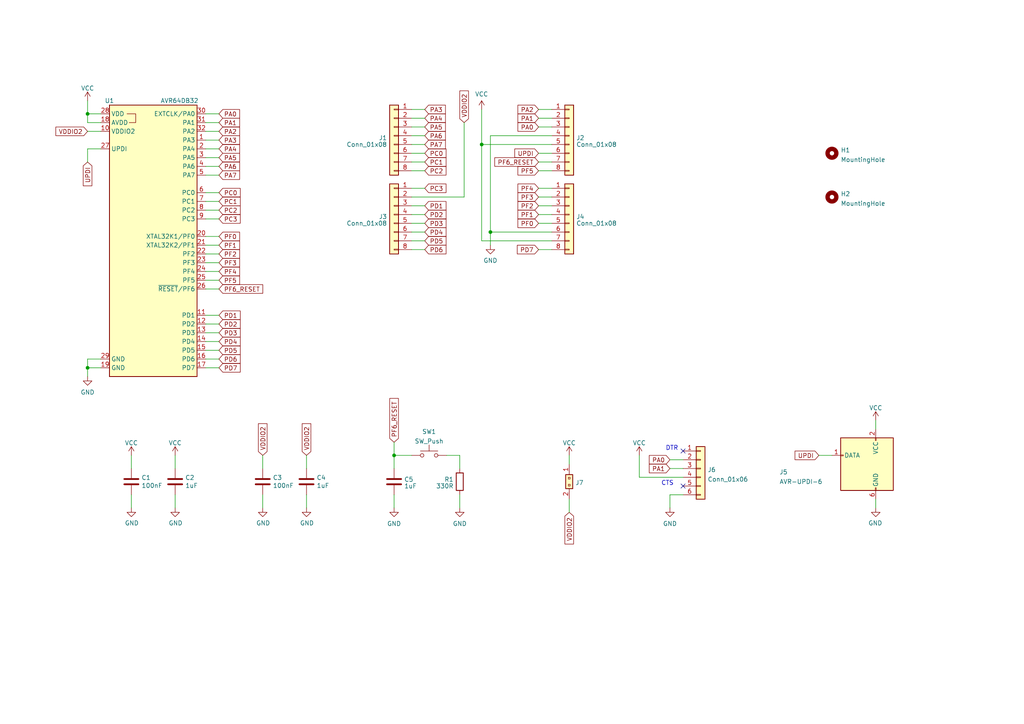
<source format=kicad_sch>
(kicad_sch (version 20230121) (generator eeschema)

  (uuid e63e39d7-6ac0-4ffd-8aa3-1841a4541b55)

  (paper "A4")

  (lib_symbols
    (symbol "Connector:AVR-UPDI-6" (pin_names (offset 1.016)) (in_bom yes) (on_board yes)
      (property "Reference" "J" (at -6.35 8.89 0)
        (effects (font (size 1.27 1.27)) (justify left))
      )
      (property "Value" "AVR-UPDI-6" (at 0 8.89 0)
        (effects (font (size 1.27 1.27)) (justify left))
      )
      (property "Footprint" "" (at -6.35 -1.27 90)
        (effects (font (size 1.27 1.27)) hide)
      )
      (property "Datasheet" "https://www.microchip.com/webdoc/GUID-9D10622A-5C16-4405-B092-1BDD437B4976/index.html?GUID-9B349315-2842-4189-B88C-49F4E1055D7F" (at -32.385 -13.97 0)
        (effects (font (size 1.27 1.27)) hide)
      )
      (property "ki_keywords" "AVR UPDI Connector" (at 0 0 0)
        (effects (font (size 1.27 1.27)) hide)
      )
      (property "ki_description" "Atmel 6-pin UPDI connector" (at 0 0 0)
        (effects (font (size 1.27 1.27)) hide)
      )
      (property "ki_fp_filters" "IDC?Header*2x03* Pin?Header*2x03*" (at 0 0 0)
        (effects (font (size 1.27 1.27)) hide)
      )
      (symbol "AVR-UPDI-6_0_1"
        (rectangle (start -2.667 -6.858) (end -2.413 -7.62)
          (stroke (width 0) (type default))
          (fill (type none))
        )
        (rectangle (start -2.667 7.62) (end -2.413 6.858)
          (stroke (width 0) (type default))
          (fill (type none))
        )
        (rectangle (start 7.62 2.667) (end 6.858 2.413)
          (stroke (width 0) (type default))
          (fill (type none))
        )
        (rectangle (start 7.62 7.62) (end -7.62 -7.62)
          (stroke (width 0.254) (type default))
          (fill (type background))
        )
      )
      (symbol "AVR-UPDI-6_1_1"
        (pin passive line (at 10.16 2.54 180) (length 2.54)
          (name "DATA" (effects (font (size 1.27 1.27))))
          (number "1" (effects (font (size 1.27 1.27))))
        )
        (pin passive line (at -2.54 10.16 270) (length 2.54)
          (name "VCC" (effects (font (size 1.27 1.27))))
          (number "2" (effects (font (size 1.27 1.27))))
        )
        (pin no_connect line (at 7.62 0 180) (length 2.54) hide
          (name "NC" (effects (font (size 1.27 1.27))))
          (number "3" (effects (font (size 1.27 1.27))))
        )
        (pin no_connect line (at 7.62 -2.54 180) (length 2.54) hide
          (name "NC" (effects (font (size 1.27 1.27))))
          (number "4" (effects (font (size 1.27 1.27))))
        )
        (pin no_connect line (at 7.62 -5.08 180) (length 2.54) hide
          (name "NC" (effects (font (size 1.27 1.27))))
          (number "5" (effects (font (size 1.27 1.27))))
        )
        (pin passive line (at -2.54 -10.16 90) (length 2.54)
          (name "GND" (effects (font (size 1.27 1.27))))
          (number "6" (effects (font (size 1.27 1.27))))
        )
      )
    )
    (symbol "Connector_Generic:Conn_01x06" (pin_names (offset 1.016) hide) (in_bom yes) (on_board yes)
      (property "Reference" "J" (at 0 7.62 0)
        (effects (font (size 1.27 1.27)))
      )
      (property "Value" "Conn_01x06" (at 0 -10.16 0)
        (effects (font (size 1.27 1.27)))
      )
      (property "Footprint" "" (at 0 0 0)
        (effects (font (size 1.27 1.27)) hide)
      )
      (property "Datasheet" "~" (at 0 0 0)
        (effects (font (size 1.27 1.27)) hide)
      )
      (property "ki_keywords" "connector" (at 0 0 0)
        (effects (font (size 1.27 1.27)) hide)
      )
      (property "ki_description" "Generic connector, single row, 01x06, script generated (kicad-library-utils/schlib/autogen/connector/)" (at 0 0 0)
        (effects (font (size 1.27 1.27)) hide)
      )
      (property "ki_fp_filters" "Connector*:*_1x??_*" (at 0 0 0)
        (effects (font (size 1.27 1.27)) hide)
      )
      (symbol "Conn_01x06_1_1"
        (rectangle (start -1.27 -7.493) (end 0 -7.747)
          (stroke (width 0.1524) (type default))
          (fill (type none))
        )
        (rectangle (start -1.27 -4.953) (end 0 -5.207)
          (stroke (width 0.1524) (type default))
          (fill (type none))
        )
        (rectangle (start -1.27 -2.413) (end 0 -2.667)
          (stroke (width 0.1524) (type default))
          (fill (type none))
        )
        (rectangle (start -1.27 0.127) (end 0 -0.127)
          (stroke (width 0.1524) (type default))
          (fill (type none))
        )
        (rectangle (start -1.27 2.667) (end 0 2.413)
          (stroke (width 0.1524) (type default))
          (fill (type none))
        )
        (rectangle (start -1.27 5.207) (end 0 4.953)
          (stroke (width 0.1524) (type default))
          (fill (type none))
        )
        (rectangle (start -1.27 6.35) (end 1.27 -8.89)
          (stroke (width 0.254) (type default))
          (fill (type background))
        )
        (pin passive line (at -5.08 5.08 0) (length 3.81)
          (name "Pin_1" (effects (font (size 1.27 1.27))))
          (number "1" (effects (font (size 1.27 1.27))))
        )
        (pin passive line (at -5.08 2.54 0) (length 3.81)
          (name "Pin_2" (effects (font (size 1.27 1.27))))
          (number "2" (effects (font (size 1.27 1.27))))
        )
        (pin passive line (at -5.08 0 0) (length 3.81)
          (name "Pin_3" (effects (font (size 1.27 1.27))))
          (number "3" (effects (font (size 1.27 1.27))))
        )
        (pin passive line (at -5.08 -2.54 0) (length 3.81)
          (name "Pin_4" (effects (font (size 1.27 1.27))))
          (number "4" (effects (font (size 1.27 1.27))))
        )
        (pin passive line (at -5.08 -5.08 0) (length 3.81)
          (name "Pin_5" (effects (font (size 1.27 1.27))))
          (number "5" (effects (font (size 1.27 1.27))))
        )
        (pin passive line (at -5.08 -7.62 0) (length 3.81)
          (name "Pin_6" (effects (font (size 1.27 1.27))))
          (number "6" (effects (font (size 1.27 1.27))))
        )
      )
    )
    (symbol "Connector_Generic:Conn_01x08" (pin_names (offset 1.016) hide) (in_bom yes) (on_board yes)
      (property "Reference" "J" (at 0 10.16 0)
        (effects (font (size 1.27 1.27)))
      )
      (property "Value" "Conn_01x08" (at 0 -12.7 0)
        (effects (font (size 1.27 1.27)))
      )
      (property "Footprint" "" (at 0 0 0)
        (effects (font (size 1.27 1.27)) hide)
      )
      (property "Datasheet" "~" (at 0 0 0)
        (effects (font (size 1.27 1.27)) hide)
      )
      (property "ki_keywords" "connector" (at 0 0 0)
        (effects (font (size 1.27 1.27)) hide)
      )
      (property "ki_description" "Generic connector, single row, 01x08, script generated (kicad-library-utils/schlib/autogen/connector/)" (at 0 0 0)
        (effects (font (size 1.27 1.27)) hide)
      )
      (property "ki_fp_filters" "Connector*:*_1x??_*" (at 0 0 0)
        (effects (font (size 1.27 1.27)) hide)
      )
      (symbol "Conn_01x08_1_1"
        (rectangle (start -1.27 -10.033) (end 0 -10.287)
          (stroke (width 0.1524) (type default))
          (fill (type none))
        )
        (rectangle (start -1.27 -7.493) (end 0 -7.747)
          (stroke (width 0.1524) (type default))
          (fill (type none))
        )
        (rectangle (start -1.27 -4.953) (end 0 -5.207)
          (stroke (width 0.1524) (type default))
          (fill (type none))
        )
        (rectangle (start -1.27 -2.413) (end 0 -2.667)
          (stroke (width 0.1524) (type default))
          (fill (type none))
        )
        (rectangle (start -1.27 0.127) (end 0 -0.127)
          (stroke (width 0.1524) (type default))
          (fill (type none))
        )
        (rectangle (start -1.27 2.667) (end 0 2.413)
          (stroke (width 0.1524) (type default))
          (fill (type none))
        )
        (rectangle (start -1.27 5.207) (end 0 4.953)
          (stroke (width 0.1524) (type default))
          (fill (type none))
        )
        (rectangle (start -1.27 7.747) (end 0 7.493)
          (stroke (width 0.1524) (type default))
          (fill (type none))
        )
        (rectangle (start -1.27 8.89) (end 1.27 -11.43)
          (stroke (width 0.254) (type default))
          (fill (type background))
        )
        (pin passive line (at -5.08 7.62 0) (length 3.81)
          (name "Pin_1" (effects (font (size 1.27 1.27))))
          (number "1" (effects (font (size 1.27 1.27))))
        )
        (pin passive line (at -5.08 5.08 0) (length 3.81)
          (name "Pin_2" (effects (font (size 1.27 1.27))))
          (number "2" (effects (font (size 1.27 1.27))))
        )
        (pin passive line (at -5.08 2.54 0) (length 3.81)
          (name "Pin_3" (effects (font (size 1.27 1.27))))
          (number "3" (effects (font (size 1.27 1.27))))
        )
        (pin passive line (at -5.08 0 0) (length 3.81)
          (name "Pin_4" (effects (font (size 1.27 1.27))))
          (number "4" (effects (font (size 1.27 1.27))))
        )
        (pin passive line (at -5.08 -2.54 0) (length 3.81)
          (name "Pin_5" (effects (font (size 1.27 1.27))))
          (number "5" (effects (font (size 1.27 1.27))))
        )
        (pin passive line (at -5.08 -5.08 0) (length 3.81)
          (name "Pin_6" (effects (font (size 1.27 1.27))))
          (number "6" (effects (font (size 1.27 1.27))))
        )
        (pin passive line (at -5.08 -7.62 0) (length 3.81)
          (name "Pin_7" (effects (font (size 1.27 1.27))))
          (number "7" (effects (font (size 1.27 1.27))))
        )
        (pin passive line (at -5.08 -10.16 0) (length 3.81)
          (name "Pin_8" (effects (font (size 1.27 1.27))))
          (number "8" (effects (font (size 1.27 1.27))))
        )
      )
    )
    (symbol "Device:C" (pin_numbers hide) (pin_names (offset 0.254)) (in_bom yes) (on_board yes)
      (property "Reference" "C" (at 0.635 2.54 0)
        (effects (font (size 1.27 1.27)) (justify left))
      )
      (property "Value" "C" (at 0.635 -2.54 0)
        (effects (font (size 1.27 1.27)) (justify left))
      )
      (property "Footprint" "" (at 0.9652 -3.81 0)
        (effects (font (size 1.27 1.27)) hide)
      )
      (property "Datasheet" "~" (at 0 0 0)
        (effects (font (size 1.27 1.27)) hide)
      )
      (property "ki_keywords" "cap capacitor" (at 0 0 0)
        (effects (font (size 1.27 1.27)) hide)
      )
      (property "ki_description" "Unpolarized capacitor" (at 0 0 0)
        (effects (font (size 1.27 1.27)) hide)
      )
      (property "ki_fp_filters" "C_*" (at 0 0 0)
        (effects (font (size 1.27 1.27)) hide)
      )
      (symbol "C_0_1"
        (polyline
          (pts
            (xy -2.032 -0.762)
            (xy 2.032 -0.762)
          )
          (stroke (width 0.508) (type default))
          (fill (type none))
        )
        (polyline
          (pts
            (xy -2.032 0.762)
            (xy 2.032 0.762)
          )
          (stroke (width 0.508) (type default))
          (fill (type none))
        )
      )
      (symbol "C_1_1"
        (pin passive line (at 0 3.81 270) (length 2.794)
          (name "~" (effects (font (size 1.27 1.27))))
          (number "1" (effects (font (size 1.27 1.27))))
        )
        (pin passive line (at 0 -3.81 90) (length 2.794)
          (name "~" (effects (font (size 1.27 1.27))))
          (number "2" (effects (font (size 1.27 1.27))))
        )
      )
    )
    (symbol "Device:R" (pin_numbers hide) (pin_names (offset 0)) (in_bom yes) (on_board yes)
      (property "Reference" "R" (at 2.032 0 90)
        (effects (font (size 1.27 1.27)))
      )
      (property "Value" "R" (at 0 0 90)
        (effects (font (size 1.27 1.27)))
      )
      (property "Footprint" "" (at -1.778 0 90)
        (effects (font (size 1.27 1.27)) hide)
      )
      (property "Datasheet" "~" (at 0 0 0)
        (effects (font (size 1.27 1.27)) hide)
      )
      (property "ki_keywords" "R res resistor" (at 0 0 0)
        (effects (font (size 1.27 1.27)) hide)
      )
      (property "ki_description" "Resistor" (at 0 0 0)
        (effects (font (size 1.27 1.27)) hide)
      )
      (property "ki_fp_filters" "R_*" (at 0 0 0)
        (effects (font (size 1.27 1.27)) hide)
      )
      (symbol "R_0_1"
        (rectangle (start -1.016 -2.54) (end 1.016 2.54)
          (stroke (width 0.254) (type default))
          (fill (type none))
        )
      )
      (symbol "R_1_1"
        (pin passive line (at 0 3.81 270) (length 1.27)
          (name "~" (effects (font (size 1.27 1.27))))
          (number "1" (effects (font (size 1.27 1.27))))
        )
        (pin passive line (at 0 -3.81 90) (length 1.27)
          (name "~" (effects (font (size 1.27 1.27))))
          (number "2" (effects (font (size 1.27 1.27))))
        )
      )
    )
    (symbol "Mechanical:MountingHole" (pin_names (offset 1.016)) (in_bom yes) (on_board yes)
      (property "Reference" "H" (at 0 5.08 0)
        (effects (font (size 1.27 1.27)))
      )
      (property "Value" "MountingHole" (at 0 3.175 0)
        (effects (font (size 1.27 1.27)))
      )
      (property "Footprint" "" (at 0 0 0)
        (effects (font (size 1.27 1.27)) hide)
      )
      (property "Datasheet" "~" (at 0 0 0)
        (effects (font (size 1.27 1.27)) hide)
      )
      (property "ki_keywords" "mounting hole" (at 0 0 0)
        (effects (font (size 1.27 1.27)) hide)
      )
      (property "ki_description" "Mounting Hole without connection" (at 0 0 0)
        (effects (font (size 1.27 1.27)) hide)
      )
      (property "ki_fp_filters" "MountingHole*" (at 0 0 0)
        (effects (font (size 1.27 1.27)) hide)
      )
      (symbol "MountingHole_0_1"
        (circle (center 0 0) (radius 1.27)
          (stroke (width 1.27) (type default))
          (fill (type none))
        )
      )
    )
    (symbol "Switch:SW_Push" (pin_numbers hide) (pin_names (offset 1.016) hide) (in_bom yes) (on_board yes)
      (property "Reference" "SW" (at 1.27 2.54 0)
        (effects (font (size 1.27 1.27)) (justify left))
      )
      (property "Value" "SW_Push" (at 0 -1.524 0)
        (effects (font (size 1.27 1.27)))
      )
      (property "Footprint" "" (at 0 5.08 0)
        (effects (font (size 1.27 1.27)) hide)
      )
      (property "Datasheet" "~" (at 0 5.08 0)
        (effects (font (size 1.27 1.27)) hide)
      )
      (property "ki_keywords" "switch normally-open pushbutton push-button" (at 0 0 0)
        (effects (font (size 1.27 1.27)) hide)
      )
      (property "ki_description" "Push button switch, generic, two pins" (at 0 0 0)
        (effects (font (size 1.27 1.27)) hide)
      )
      (symbol "SW_Push_0_1"
        (circle (center -2.032 0) (radius 0.508)
          (stroke (width 0) (type default))
          (fill (type none))
        )
        (polyline
          (pts
            (xy 0 1.27)
            (xy 0 3.048)
          )
          (stroke (width 0) (type default))
          (fill (type none))
        )
        (polyline
          (pts
            (xy 2.54 1.27)
            (xy -2.54 1.27)
          )
          (stroke (width 0) (type default))
          (fill (type none))
        )
        (circle (center 2.032 0) (radius 0.508)
          (stroke (width 0) (type default))
          (fill (type none))
        )
        (pin passive line (at -5.08 0 0) (length 2.54)
          (name "1" (effects (font (size 1.27 1.27))))
          (number "1" (effects (font (size 1.27 1.27))))
        )
        (pin passive line (at 5.08 0 180) (length 2.54)
          (name "2" (effects (font (size 1.27 1.27))))
          (number "2" (effects (font (size 1.27 1.27))))
        )
      )
    )
    (symbol "kiu:1x02_Jumper" (in_bom yes) (on_board yes)
      (property "Reference" "J" (at 0 2.54 0)
        (effects (font (size 1.27 1.27)))
      )
      (property "Value" "1x02_Jumper" (at 0 -2.54 0)
        (effects (font (size 1.27 1.27)) hide)
      )
      (property "Footprint" "" (at 0 0 0)
        (effects (font (size 1.27 1.27)) hide)
      )
      (property "Datasheet" "" (at 0 0 0)
        (effects (font (size 1.27 1.27)) hide)
      )
      (symbol "1x02_Jumper_0_1"
        (rectangle (start -1.27 0.254) (end -0.762 -0.254)
          (stroke (width 0.1524) (type default))
          (fill (type none))
        )
        (rectangle (start 0.762 0.254) (end 1.27 -0.254)
          (stroke (width 0.1524) (type default))
          (fill (type none))
        )
      )
      (symbol "1x02_Jumper_1_1"
        (rectangle (start -2.032 1.016) (end 2.032 -1.016)
          (stroke (width 0.254) (type default))
          (fill (type background))
        )
        (pin passive line (at -5.08 0 0) (length 3.04)
          (name "" (effects (font (size 1.27 1.27))))
          (number "1" (effects (font (size 1.27 1.27))))
        )
        (pin passive line (at 5.08 0 180) (length 3.04)
          (name "" (effects (font (size 1.27 1.27))))
          (number "2" (effects (font (size 1.27 1.27))))
        )
      )
    )
    (symbol "kiu:AVR64DB32" (in_bom yes) (on_board yes)
      (property "Reference" "U" (at -12.7 -19.05 0)
        (effects (font (size 1.27 1.27)))
      )
      (property "Value" "AVR64DB32" (at 7.62 -19.05 0)
        (effects (font (size 1.27 1.27)))
      )
      (property "Footprint" "" (at 0 0 0)
        (effects (font (size 1.27 1.27)) hide)
      )
      (property "Datasheet" "" (at 0 0 0)
        (effects (font (size 1.27 1.27)) hide)
      )
      (symbol "AVR64DB32_0_1"
        (rectangle (start -12.7 -20.32) (end 12.7 -99.06)
          (stroke (width 0.254) (type default))
          (fill (type background))
        )
        (polyline
          (pts
            (xy -7.62 -22.86)
            (xy -5.08 -22.86)
            (xy -5.08 -25.4)
            (xy -6.985 -25.4)
          )
          (stroke (width 0) (type default))
          (fill (type none))
        )
      )
      (symbol "AVR64DB32_1_1"
        (pin bidirectional line (at 15.24 -30.48 180) (length 2.54)
          (name "PA3" (effects (font (size 1.27 1.27))))
          (number "1" (effects (font (size 1.27 1.27))))
        )
        (pin power_in line (at -15.24 -27.94 0) (length 2.54)
          (name "VDDIO2" (effects (font (size 1.27 1.27))))
          (number "10" (effects (font (size 1.27 1.27))))
        )
        (pin bidirectional line (at 15.24 -81.28 180) (length 2.54)
          (name "PD1" (effects (font (size 1.27 1.27))))
          (number "11" (effects (font (size 1.27 1.27))))
        )
        (pin bidirectional line (at 15.24 -83.82 180) (length 2.54)
          (name "PD2" (effects (font (size 1.27 1.27))))
          (number "12" (effects (font (size 1.27 1.27))))
        )
        (pin bidirectional line (at 15.24 -86.36 180) (length 2.54)
          (name "PD3" (effects (font (size 1.27 1.27))))
          (number "13" (effects (font (size 1.27 1.27))))
        )
        (pin bidirectional line (at 15.24 -88.9 180) (length 2.54)
          (name "PD4" (effects (font (size 1.27 1.27))))
          (number "14" (effects (font (size 1.27 1.27))))
        )
        (pin bidirectional line (at 15.24 -91.44 180) (length 2.54)
          (name "PD5" (effects (font (size 1.27 1.27))))
          (number "15" (effects (font (size 1.27 1.27))))
        )
        (pin bidirectional line (at 15.24 -93.98 180) (length 2.54)
          (name "PD6" (effects (font (size 1.27 1.27))))
          (number "16" (effects (font (size 1.27 1.27))))
        )
        (pin bidirectional line (at 15.24 -96.52 180) (length 2.54)
          (name "PD7" (effects (font (size 1.27 1.27))))
          (number "17" (effects (font (size 1.27 1.27))))
        )
        (pin power_in line (at -15.24 -25.4 0) (length 2.54)
          (name "AVDD" (effects (font (size 1.27 1.27))))
          (number "18" (effects (font (size 1.27 1.27))))
        )
        (pin power_in line (at -15.24 -96.52 0) (length 2.54)
          (name "GND" (effects (font (size 1.27 1.27))))
          (number "19" (effects (font (size 1.27 1.27))))
        )
        (pin bidirectional line (at 15.24 -33.02 180) (length 2.54)
          (name "PA4" (effects (font (size 1.27 1.27))))
          (number "2" (effects (font (size 1.27 1.27))))
        )
        (pin bidirectional line (at 15.24 -58.42 180) (length 2.54)
          (name "XTAL32K1/PF0" (effects (font (size 1.27 1.27))))
          (number "20" (effects (font (size 1.27 1.27))))
        )
        (pin bidirectional line (at 15.24 -60.96 180) (length 2.54)
          (name "XTAL32K2/PF1" (effects (font (size 1.27 1.27))))
          (number "21" (effects (font (size 1.27 1.27))))
        )
        (pin bidirectional line (at 15.24 -63.5 180) (length 2.54)
          (name "PF2" (effects (font (size 1.27 1.27))))
          (number "22" (effects (font (size 1.27 1.27))))
        )
        (pin bidirectional line (at 15.24 -66.04 180) (length 2.54)
          (name "PF3" (effects (font (size 1.27 1.27))))
          (number "23" (effects (font (size 1.27 1.27))))
        )
        (pin bidirectional line (at 15.24 -68.58 180) (length 2.54)
          (name "PF4" (effects (font (size 1.27 1.27))))
          (number "24" (effects (font (size 1.27 1.27))))
        )
        (pin bidirectional line (at 15.24 -71.12 180) (length 2.54)
          (name "PF5" (effects (font (size 1.27 1.27))))
          (number "25" (effects (font (size 1.27 1.27))))
        )
        (pin input line (at 15.24 -73.66 180) (length 2.54)
          (name "~{RESET}/PF6" (effects (font (size 1.27 1.27))))
          (number "26" (effects (font (size 1.27 1.27))))
        )
        (pin input line (at -15.24 -33.02 0) (length 2.54)
          (name "UPDI" (effects (font (size 1.27 1.27))))
          (number "27" (effects (font (size 1.27 1.27))))
        )
        (pin power_in line (at -15.24 -22.86 0) (length 2.54)
          (name "VDD" (effects (font (size 1.27 1.27))))
          (number "28" (effects (font (size 1.27 1.27))))
        )
        (pin power_in line (at -15.24 -93.98 0) (length 2.54)
          (name "GND" (effects (font (size 1.27 1.27))))
          (number "29" (effects (font (size 1.27 1.27))))
        )
        (pin bidirectional line (at 15.24 -35.56 180) (length 2.54)
          (name "PA5" (effects (font (size 1.27 1.27))))
          (number "3" (effects (font (size 1.27 1.27))))
        )
        (pin bidirectional line (at 15.24 -22.86 180) (length 2.54)
          (name "EXTCLK/PA0" (effects (font (size 1.27 1.27))))
          (number "30" (effects (font (size 1.27 1.27))))
        )
        (pin bidirectional line (at 15.24 -25.4 180) (length 2.54)
          (name "PA1" (effects (font (size 1.27 1.27))))
          (number "31" (effects (font (size 1.27 1.27))))
        )
        (pin bidirectional line (at 15.24 -27.94 180) (length 2.54)
          (name "PA2" (effects (font (size 1.27 1.27))))
          (number "32" (effects (font (size 1.27 1.27))))
        )
        (pin bidirectional line (at 15.24 -38.1 180) (length 2.54)
          (name "PA6" (effects (font (size 1.27 1.27))))
          (number "4" (effects (font (size 1.27 1.27))))
        )
        (pin bidirectional line (at 15.24 -40.64 180) (length 2.54)
          (name "PA7" (effects (font (size 1.27 1.27))))
          (number "5" (effects (font (size 1.27 1.27))))
        )
        (pin bidirectional line (at 15.24 -45.72 180) (length 2.54)
          (name "PC0" (effects (font (size 1.27 1.27))))
          (number "6" (effects (font (size 1.27 1.27))))
        )
        (pin bidirectional line (at 15.24 -48.26 180) (length 2.54)
          (name "PC1" (effects (font (size 1.27 1.27))))
          (number "7" (effects (font (size 1.27 1.27))))
        )
        (pin bidirectional line (at 15.24 -50.8 180) (length 2.54)
          (name "PC2" (effects (font (size 1.27 1.27))))
          (number "8" (effects (font (size 1.27 1.27))))
        )
        (pin bidirectional line (at 15.24 -53.34 180) (length 2.54)
          (name "PC3" (effects (font (size 1.27 1.27))))
          (number "9" (effects (font (size 1.27 1.27))))
        )
      )
    )
    (symbol "power:GND" (power) (pin_names (offset 0)) (in_bom yes) (on_board yes)
      (property "Reference" "#PWR" (at 0 -6.35 0)
        (effects (font (size 1.27 1.27)) hide)
      )
      (property "Value" "GND" (at 0 -3.81 0)
        (effects (font (size 1.27 1.27)))
      )
      (property "Footprint" "" (at 0 0 0)
        (effects (font (size 1.27 1.27)) hide)
      )
      (property "Datasheet" "" (at 0 0 0)
        (effects (font (size 1.27 1.27)) hide)
      )
      (property "ki_keywords" "global power" (at 0 0 0)
        (effects (font (size 1.27 1.27)) hide)
      )
      (property "ki_description" "Power symbol creates a global label with name \"GND\" , ground" (at 0 0 0)
        (effects (font (size 1.27 1.27)) hide)
      )
      (symbol "GND_0_1"
        (polyline
          (pts
            (xy 0 0)
            (xy 0 -1.27)
            (xy 1.27 -1.27)
            (xy 0 -2.54)
            (xy -1.27 -1.27)
            (xy 0 -1.27)
          )
          (stroke (width 0) (type default))
          (fill (type none))
        )
      )
      (symbol "GND_1_1"
        (pin power_in line (at 0 0 270) (length 0) hide
          (name "GND" (effects (font (size 1.27 1.27))))
          (number "1" (effects (font (size 1.27 1.27))))
        )
      )
    )
    (symbol "power:VCC" (power) (pin_names (offset 0)) (in_bom yes) (on_board yes)
      (property "Reference" "#PWR" (at 0 -3.81 0)
        (effects (font (size 1.27 1.27)) hide)
      )
      (property "Value" "VCC" (at 0 3.81 0)
        (effects (font (size 1.27 1.27)))
      )
      (property "Footprint" "" (at 0 0 0)
        (effects (font (size 1.27 1.27)) hide)
      )
      (property "Datasheet" "" (at 0 0 0)
        (effects (font (size 1.27 1.27)) hide)
      )
      (property "ki_keywords" "global power" (at 0 0 0)
        (effects (font (size 1.27 1.27)) hide)
      )
      (property "ki_description" "Power symbol creates a global label with name \"VCC\"" (at 0 0 0)
        (effects (font (size 1.27 1.27)) hide)
      )
      (symbol "VCC_0_1"
        (polyline
          (pts
            (xy -0.762 1.27)
            (xy 0 2.54)
          )
          (stroke (width 0) (type default))
          (fill (type none))
        )
        (polyline
          (pts
            (xy 0 0)
            (xy 0 2.54)
          )
          (stroke (width 0) (type default))
          (fill (type none))
        )
        (polyline
          (pts
            (xy 0 2.54)
            (xy 0.762 1.27)
          )
          (stroke (width 0) (type default))
          (fill (type none))
        )
      )
      (symbol "VCC_1_1"
        (pin power_in line (at 0 0 90) (length 0) hide
          (name "VCC" (effects (font (size 1.27 1.27))))
          (number "1" (effects (font (size 1.27 1.27))))
        )
      )
    )
  )

  (junction (at 114.3 132.08) (diameter 0) (color 0 0 0 0)
    (uuid 1935c559-3bbb-4a9e-9646-290e52728bfd)
  )
  (junction (at 25.4 33.02) (diameter 0) (color 0 0 0 0)
    (uuid 34a8612d-6179-473f-951e-0412c02db9e7)
  )
  (junction (at 139.7 41.91) (diameter 0) (color 0 0 0 0)
    (uuid 3e0c8fd1-f658-4e12-aca7-44642a8ae6b9)
  )
  (junction (at 142.24 67.31) (diameter 0) (color 0 0 0 0)
    (uuid 5786cb99-2915-407e-a0f6-a38c06ff28e5)
  )
  (junction (at 25.4 106.68) (diameter 0) (color 0 0 0 0)
    (uuid be4c08f8-5be7-4a72-971d-68a412b6beb2)
  )

  (no_connect (at 198.12 130.81) (uuid 203c9db7-77c7-46e3-a0b2-661683ca12ae))
  (no_connect (at 198.12 140.97) (uuid b913c2e0-38c9-4da3-9d6e-c0874add7704))

  (wire (pts (xy 59.69 104.14) (xy 63.5 104.14))
    (stroke (width 0) (type default))
    (uuid 01e42abb-ad5d-460a-9437-dc5311cea240)
  )
  (wire (pts (xy 38.1 132.08) (xy 38.1 135.89))
    (stroke (width 0) (type default))
    (uuid 080075e5-bebb-4551-8646-138341beed87)
  )
  (wire (pts (xy 194.31 135.89) (xy 198.12 135.89))
    (stroke (width 0) (type default))
    (uuid 0846e82d-d1e9-4de8-8d3d-cc433c760151)
  )
  (wire (pts (xy 254 121.92) (xy 254 124.46))
    (stroke (width 0) (type default))
    (uuid 08981952-0dd9-4604-80d9-1a4e5b4feba9)
  )
  (wire (pts (xy 59.69 99.06) (xy 63.5 99.06))
    (stroke (width 0) (type default))
    (uuid 08afaf6b-2405-4bf8-a60e-a8cf147ea59d)
  )
  (wire (pts (xy 156.21 57.15) (xy 160.02 57.15))
    (stroke (width 0) (type default))
    (uuid 09e3436f-b50f-4821-a237-97387c62baa1)
  )
  (wire (pts (xy 114.3 143.51) (xy 114.3 147.32))
    (stroke (width 0) (type default))
    (uuid 0cd5c93a-f070-4fd2-b3d7-0a0a558ebc5b)
  )
  (wire (pts (xy 119.38 49.53) (xy 123.19 49.53))
    (stroke (width 0) (type default))
    (uuid 1401fa07-755c-4e4a-843f-993cf235f758)
  )
  (wire (pts (xy 88.9 143.51) (xy 88.9 147.32))
    (stroke (width 0) (type default))
    (uuid 16643b28-95be-4adb-9cbc-c315a7285845)
  )
  (wire (pts (xy 133.35 132.08) (xy 129.54 132.08))
    (stroke (width 0) (type default))
    (uuid 171b9375-4485-4c8c-8b78-e53862734da4)
  )
  (wire (pts (xy 25.4 38.1) (xy 29.21 38.1))
    (stroke (width 0) (type default))
    (uuid 17f95163-c162-46a3-9684-ded5d0dc0b7b)
  )
  (wire (pts (xy 119.38 34.29) (xy 123.19 34.29))
    (stroke (width 0) (type default))
    (uuid 18ba7ff0-ca43-49bb-98f1-67dbbc42bd02)
  )
  (wire (pts (xy 59.69 81.28) (xy 63.5 81.28))
    (stroke (width 0) (type default))
    (uuid 19c5e7fa-6e52-4fcb-a2a5-b24d4ad7508a)
  )
  (wire (pts (xy 59.69 68.58) (xy 63.5 68.58))
    (stroke (width 0) (type default))
    (uuid 1db48215-e00e-400b-a855-157c14c5f750)
  )
  (wire (pts (xy 59.69 73.66) (xy 63.5 73.66))
    (stroke (width 0) (type default))
    (uuid 2067c07d-4e49-4f02-930b-40e8ef6fad72)
  )
  (wire (pts (xy 50.8 132.08) (xy 50.8 135.89))
    (stroke (width 0) (type default))
    (uuid 232b7211-753c-4422-8761-f002a6366e2c)
  )
  (wire (pts (xy 185.42 132.08) (xy 185.42 138.43))
    (stroke (width 0) (type default))
    (uuid 23a9803c-6c07-4bbf-82f3-cefdd3e27b31)
  )
  (wire (pts (xy 59.69 33.02) (xy 63.5 33.02))
    (stroke (width 0) (type default))
    (uuid 25353985-9884-4ed6-a781-e48152740687)
  )
  (wire (pts (xy 59.69 38.1) (xy 63.5 38.1))
    (stroke (width 0) (type default))
    (uuid 25c7c6f2-89b8-4172-9bf8-9028ba996c5d)
  )
  (wire (pts (xy 25.4 29.21) (xy 25.4 33.02))
    (stroke (width 0) (type default))
    (uuid 2bef2d4a-8b41-434b-b7b0-4ea1a9b04fe7)
  )
  (wire (pts (xy 119.38 57.15) (xy 134.62 57.15))
    (stroke (width 0) (type default))
    (uuid 318a8c19-cc5e-4f6f-a9cc-dda7fa6e7f7a)
  )
  (wire (pts (xy 59.69 91.44) (xy 63.5 91.44))
    (stroke (width 0) (type default))
    (uuid 34f57e54-c944-4327-9d81-7ca474ae15b1)
  )
  (wire (pts (xy 134.62 35.56) (xy 134.62 57.15))
    (stroke (width 0) (type default))
    (uuid 37870dd6-c2ec-4a4f-a4bf-766f9235bf1c)
  )
  (wire (pts (xy 123.19 59.69) (xy 119.38 59.69))
    (stroke (width 0) (type default))
    (uuid 38fb5cb4-62b0-453c-a0cd-70f0377918e1)
  )
  (wire (pts (xy 123.19 31.75) (xy 119.38 31.75))
    (stroke (width 0) (type default))
    (uuid 39050904-ce26-4e1c-8e28-cdc020ac7603)
  )
  (wire (pts (xy 133.35 143.51) (xy 133.35 147.32))
    (stroke (width 0) (type default))
    (uuid 415d0941-c24b-4f7a-a3f5-9f4564009d94)
  )
  (wire (pts (xy 139.7 69.85) (xy 160.02 69.85))
    (stroke (width 0) (type default))
    (uuid 424ef910-b25d-4ee2-a7b2-77be1c8bebf9)
  )
  (wire (pts (xy 25.4 33.02) (xy 29.21 33.02))
    (stroke (width 0) (type default))
    (uuid 429156ce-012c-49d6-aca8-253bab7efbe2)
  )
  (wire (pts (xy 142.24 39.37) (xy 142.24 67.31))
    (stroke (width 0) (type default))
    (uuid 46005d72-52c3-4f51-a1f9-8b6e511019b2)
  )
  (wire (pts (xy 194.31 133.35) (xy 198.12 133.35))
    (stroke (width 0) (type default))
    (uuid 4638a441-39f7-4e0d-b0a9-2e1ecedb21d4)
  )
  (wire (pts (xy 142.24 71.12) (xy 142.24 67.31))
    (stroke (width 0) (type default))
    (uuid 49dc7fd5-0a40-455c-b842-fabcf49c0aa8)
  )
  (wire (pts (xy 114.3 132.08) (xy 114.3 135.89))
    (stroke (width 0) (type default))
    (uuid 4cdce314-b38e-4d7c-be27-db1f58f3ef50)
  )
  (wire (pts (xy 156.21 64.77) (xy 160.02 64.77))
    (stroke (width 0) (type default))
    (uuid 4d4cc3b8-a806-4b8e-9631-d154c48afae3)
  )
  (wire (pts (xy 156.21 46.99) (xy 160.02 46.99))
    (stroke (width 0) (type default))
    (uuid 4f80950a-173a-4cc1-9310-4f3ccb5e0feb)
  )
  (wire (pts (xy 123.19 62.23) (xy 119.38 62.23))
    (stroke (width 0) (type default))
    (uuid 52640724-35f9-4c5d-9b61-3329beb24bc8)
  )
  (wire (pts (xy 59.69 71.12) (xy 63.5 71.12))
    (stroke (width 0) (type default))
    (uuid 53932766-b6f3-4d8c-b23f-88d5669dcac4)
  )
  (wire (pts (xy 59.69 78.74) (xy 63.5 78.74))
    (stroke (width 0) (type default))
    (uuid 606475fe-0883-4bcb-9795-54bb1f06ee06)
  )
  (wire (pts (xy 119.38 46.99) (xy 123.19 46.99))
    (stroke (width 0) (type default))
    (uuid 60e1467a-8672-4f0c-ae29-3ce285cda0b0)
  )
  (wire (pts (xy 59.69 93.98) (xy 63.5 93.98))
    (stroke (width 0) (type default))
    (uuid 6150e45c-c5b2-409e-823c-74a57ee87b06)
  )
  (wire (pts (xy 119.38 54.61) (xy 123.19 54.61))
    (stroke (width 0) (type default))
    (uuid 65a04c54-3295-4c0e-929f-d9e75d1187df)
  )
  (wire (pts (xy 50.8 143.51) (xy 50.8 147.32))
    (stroke (width 0) (type default))
    (uuid 663fe1d8-89ab-4700-8122-8d58553b6ff7)
  )
  (wire (pts (xy 25.4 104.14) (xy 25.4 106.68))
    (stroke (width 0) (type default))
    (uuid 66f46d35-beb6-4737-827c-92c8fa091cf0)
  )
  (wire (pts (xy 165.1 132.08) (xy 165.1 134.62))
    (stroke (width 0) (type default))
    (uuid 701f6894-c615-40d9-8c9e-8b93b5459359)
  )
  (wire (pts (xy 139.7 41.91) (xy 160.02 41.91))
    (stroke (width 0) (type default))
    (uuid 7b448152-cf2f-45a4-a354-651232d03394)
  )
  (wire (pts (xy 119.38 44.45) (xy 123.19 44.45))
    (stroke (width 0) (type default))
    (uuid 7fd52eca-1486-4f57-9f1a-380d9e75f14a)
  )
  (wire (pts (xy 59.69 35.56) (xy 63.5 35.56))
    (stroke (width 0) (type default))
    (uuid 853595a5-bfdd-469e-b7c2-091197d73c86)
  )
  (wire (pts (xy 59.69 96.52) (xy 63.5 96.52))
    (stroke (width 0) (type default))
    (uuid 8585c3ae-5cba-429d-bf63-f17a5dbe8680)
  )
  (wire (pts (xy 194.31 143.51) (xy 198.12 143.51))
    (stroke (width 0) (type default))
    (uuid 86095ba6-cf04-49c5-ad87-9313ad0c0254)
  )
  (wire (pts (xy 160.02 36.83) (xy 156.21 36.83))
    (stroke (width 0) (type default))
    (uuid 87a305fc-9a6b-451c-b5fb-da83cd83f801)
  )
  (wire (pts (xy 29.21 43.18) (xy 25.4 43.18))
    (stroke (width 0) (type default))
    (uuid 88ef982c-1072-4da0-a06e-38bc8d5873fe)
  )
  (wire (pts (xy 76.2 132.08) (xy 76.2 135.89))
    (stroke (width 0) (type default))
    (uuid 8bb6a242-f9c2-4c4a-b60f-a4dcdb42166e)
  )
  (wire (pts (xy 114.3 132.08) (xy 119.38 132.08))
    (stroke (width 0) (type default))
    (uuid 918413a1-2910-4fdc-9031-0da6a71c8b70)
  )
  (wire (pts (xy 88.9 132.08) (xy 88.9 135.89))
    (stroke (width 0) (type default))
    (uuid 927d28f0-e739-4421-8094-9c2ef34634f1)
  )
  (wire (pts (xy 160.02 34.29) (xy 156.21 34.29))
    (stroke (width 0) (type default))
    (uuid 9485adc1-a264-4ca8-b462-7fe0ac008b3d)
  )
  (wire (pts (xy 198.12 138.43) (xy 185.42 138.43))
    (stroke (width 0) (type default))
    (uuid 94e5c10e-5b7e-46bb-967c-bd86d0c9bfe3)
  )
  (wire (pts (xy 156.21 59.69) (xy 160.02 59.69))
    (stroke (width 0) (type default))
    (uuid 970c0817-1e97-4388-8dc7-4986bb294085)
  )
  (wire (pts (xy 59.69 43.18) (xy 63.5 43.18))
    (stroke (width 0) (type default))
    (uuid a01d5d24-4155-4727-89b5-3d3d1dc954b3)
  )
  (wire (pts (xy 59.69 101.6) (xy 63.5 101.6))
    (stroke (width 0) (type default))
    (uuid a4ebd166-6476-4f03-9de4-a6eaa6bccde6)
  )
  (wire (pts (xy 119.38 36.83) (xy 123.19 36.83))
    (stroke (width 0) (type default))
    (uuid a5a3b124-a333-4cb3-a724-62a6ee944d66)
  )
  (wire (pts (xy 25.4 43.18) (xy 25.4 46.99))
    (stroke (width 0) (type default))
    (uuid a6be7b8b-5301-4539-9fc8-421934019c91)
  )
  (wire (pts (xy 59.69 50.8) (xy 63.5 50.8))
    (stroke (width 0) (type default))
    (uuid a6cc902e-2c74-45a3-8ec4-aa56f9a72930)
  )
  (wire (pts (xy 139.7 41.91) (xy 139.7 69.85))
    (stroke (width 0) (type default))
    (uuid a7120dc8-83e2-412e-824e-e42becc661ff)
  )
  (wire (pts (xy 165.1 144.78) (xy 165.1 148.59))
    (stroke (width 0) (type default))
    (uuid a73b44cd-a5ec-4cdf-b2bf-276ba6221f3a)
  )
  (wire (pts (xy 59.69 55.88) (xy 63.5 55.88))
    (stroke (width 0) (type default))
    (uuid a80c469d-d988-4d13-b457-14127cfa9461)
  )
  (wire (pts (xy 29.21 104.14) (xy 25.4 104.14))
    (stroke (width 0) (type default))
    (uuid aa1ab793-1627-4bcd-a1f4-ac2882178845)
  )
  (wire (pts (xy 59.69 48.26) (xy 63.5 48.26))
    (stroke (width 0) (type default))
    (uuid aa3d2cff-e7ca-4703-91ff-ada00f681515)
  )
  (wire (pts (xy 38.1 143.51) (xy 38.1 147.32))
    (stroke (width 0) (type default))
    (uuid aafe30f6-950f-4f66-8450-9d9ba8b7e6cf)
  )
  (wire (pts (xy 156.21 49.53) (xy 160.02 49.53))
    (stroke (width 0) (type default))
    (uuid af7b1070-ca97-4e77-99c1-8efcc027ca95)
  )
  (wire (pts (xy 194.31 147.32) (xy 194.31 143.51))
    (stroke (width 0) (type default))
    (uuid b08efd2b-61d3-4b3f-82c0-fbd884e9d6d4)
  )
  (wire (pts (xy 123.19 64.77) (xy 119.38 64.77))
    (stroke (width 0) (type default))
    (uuid b4cf1d03-8ffb-4fe5-9579-8fd5cd5db282)
  )
  (wire (pts (xy 142.24 39.37) (xy 160.02 39.37))
    (stroke (width 0) (type default))
    (uuid b8eef7aa-dd28-4778-a7fa-3b29a7c7d134)
  )
  (wire (pts (xy 59.69 83.82) (xy 63.5 83.82))
    (stroke (width 0) (type default))
    (uuid bab7bf1d-a003-43bf-ad7b-d0b65db4304c)
  )
  (wire (pts (xy 59.69 45.72) (xy 63.5 45.72))
    (stroke (width 0) (type default))
    (uuid bb24113d-9618-4a15-90c9-51e6fde99b52)
  )
  (wire (pts (xy 25.4 109.22) (xy 25.4 106.68))
    (stroke (width 0) (type default))
    (uuid bbd6b31e-9459-46ea-9c3e-1146efa2b01f)
  )
  (wire (pts (xy 76.2 143.51) (xy 76.2 147.32))
    (stroke (width 0) (type default))
    (uuid bcb3d09c-3f21-41e1-8f7f-f320c51bc27b)
  )
  (wire (pts (xy 254 144.78) (xy 254 147.32))
    (stroke (width 0) (type default))
    (uuid be803956-a133-426b-92c9-01e4ecee224a)
  )
  (wire (pts (xy 156.21 62.23) (xy 160.02 62.23))
    (stroke (width 0) (type default))
    (uuid c5dfa427-f6dd-4999-90e2-2c5bc8613846)
  )
  (wire (pts (xy 156.21 44.45) (xy 160.02 44.45))
    (stroke (width 0) (type default))
    (uuid c869f82a-992f-4f00-9383-f959675c3525)
  )
  (wire (pts (xy 160.02 72.39) (xy 156.21 72.39))
    (stroke (width 0) (type default))
    (uuid cbe980ec-1c51-4c9c-ba56-33e0bb7fad9a)
  )
  (wire (pts (xy 59.69 106.68) (xy 63.5 106.68))
    (stroke (width 0) (type default))
    (uuid cd074883-c920-4ecc-8c63-13a13a540804)
  )
  (wire (pts (xy 59.69 76.2) (xy 63.5 76.2))
    (stroke (width 0) (type default))
    (uuid cedfb0d8-0e1d-44e0-bf51-3a997c386416)
  )
  (wire (pts (xy 142.24 67.31) (xy 160.02 67.31))
    (stroke (width 0) (type default))
    (uuid d3111a2a-7df5-4179-b55e-0d09bfe5d321)
  )
  (wire (pts (xy 123.19 41.91) (xy 119.38 41.91))
    (stroke (width 0) (type default))
    (uuid d3f00e43-58a0-42a3-bc40-3b3709691049)
  )
  (wire (pts (xy 25.4 33.02) (xy 25.4 35.56))
    (stroke (width 0) (type default))
    (uuid d6860bd3-7f7e-4d4d-bf1b-86081d6fd190)
  )
  (wire (pts (xy 133.35 132.08) (xy 133.35 135.89))
    (stroke (width 0) (type default))
    (uuid d9f387ad-ce46-447f-9ca9-2465ad9e846a)
  )
  (wire (pts (xy 123.19 69.85) (xy 119.38 69.85))
    (stroke (width 0) (type default))
    (uuid da79ebfd-0b20-4b3a-9137-d72dffa2ba09)
  )
  (wire (pts (xy 123.19 67.31) (xy 119.38 67.31))
    (stroke (width 0) (type default))
    (uuid dbebb1ac-ba61-4c72-a05e-15697aae18ae)
  )
  (wire (pts (xy 25.4 35.56) (xy 29.21 35.56))
    (stroke (width 0) (type default))
    (uuid dd0eafd7-25ce-44d7-a10c-a650eff20991)
  )
  (wire (pts (xy 25.4 106.68) (xy 29.21 106.68))
    (stroke (width 0) (type default))
    (uuid dd7f6266-d524-4cdd-bdd7-abcfd6031d90)
  )
  (wire (pts (xy 119.38 39.37) (xy 123.19 39.37))
    (stroke (width 0) (type default))
    (uuid ddcea348-3c5b-4817-9325-080cb3383965)
  )
  (wire (pts (xy 160.02 31.75) (xy 156.21 31.75))
    (stroke (width 0) (type default))
    (uuid e37c7f77-63cb-4a7b-9bea-8fbc3c931af8)
  )
  (wire (pts (xy 123.19 72.39) (xy 119.38 72.39))
    (stroke (width 0) (type default))
    (uuid e8cc5c88-4959-4158-a511-be93a3a18193)
  )
  (wire (pts (xy 59.69 40.64) (xy 63.5 40.64))
    (stroke (width 0) (type default))
    (uuid edccdf50-c8a7-401e-b39e-3ad1ba78c48d)
  )
  (wire (pts (xy 59.69 60.96) (xy 63.5 60.96))
    (stroke (width 0) (type default))
    (uuid ee4c4a41-2bb3-4046-ac69-02f17c46f704)
  )
  (wire (pts (xy 156.21 54.61) (xy 160.02 54.61))
    (stroke (width 0) (type default))
    (uuid ef6dab7b-eb74-416a-91b7-b0b4a4a979f7)
  )
  (wire (pts (xy 114.3 128.27) (xy 114.3 132.08))
    (stroke (width 0) (type default))
    (uuid f13c8da4-011f-4f22-919f-ce2e2416e005)
  )
  (wire (pts (xy 237.49 132.08) (xy 241.3 132.08))
    (stroke (width 0) (type default))
    (uuid f3b74707-6c04-4176-9960-86b125e6b113)
  )
  (wire (pts (xy 139.7 31.75) (xy 139.7 41.91))
    (stroke (width 0) (type default))
    (uuid f3ffc5bf-eed7-45d5-bcf8-314c0e7d7560)
  )
  (wire (pts (xy 59.69 58.42) (xy 63.5 58.42))
    (stroke (width 0) (type default))
    (uuid f42b75b4-40bc-4930-a095-d6f0ee32009e)
  )
  (wire (pts (xy 59.69 63.5) (xy 63.5 63.5))
    (stroke (width 0) (type default))
    (uuid f5d4f4ce-0c85-4768-8416-3735ee08a4a7)
  )

  (text "DTR" (at 193.04 130.81 0)
    (effects (font (size 1.27 1.27)) (justify left bottom))
    (uuid 59fcadae-25c1-48ff-87c7-bed5c7e1020e)
  )
  (text "CTS" (at 191.77 140.97 0)
    (effects (font (size 1.27 1.27)) (justify left bottom))
    (uuid ebe5767a-c529-491b-9ea3-2a3e46ae7f82)
  )

  (global_label "PD7" (shape input) (at 63.5 106.68 0) (fields_autoplaced)
    (effects (font (size 1.27 1.27)) (justify left))
    (uuid 006d600b-5f2c-45fc-8c10-687c67699139)
    (property "Intersheetrefs" "${INTERSHEET_REFS}" (at 69.6626 106.6006 0)
      (effects (font (size 1.27 1.27)) (justify left) hide)
    )
  )
  (global_label "VDDIO2" (shape input) (at 76.2 132.08 90) (fields_autoplaced)
    (effects (font (size 1.27 1.27)) (justify left))
    (uuid 0126b894-5fdb-4181-b14e-6ef698d44306)
    (property "Intersheetrefs" "${INTERSHEET_REFS}" (at 76.2 122.4008 90)
      (effects (font (size 1.27 1.27)) (justify left) hide)
    )
  )
  (global_label "PA6" (shape input) (at 123.19 39.37 0) (fields_autoplaced)
    (effects (font (size 1.27 1.27)) (justify left))
    (uuid 065a475f-53b7-40e8-9b9a-11141ad82ee6)
    (property "Intersheetrefs" "${INTERSHEET_REFS}" (at 129.1712 39.2906 0)
      (effects (font (size 1.27 1.27)) (justify right) hide)
    )
  )
  (global_label "PD5" (shape input) (at 123.19 69.85 0) (fields_autoplaced)
    (effects (font (size 1.27 1.27)) (justify left))
    (uuid 0d89be0a-6ec2-49ae-9796-5ea31875adc6)
    (property "Intersheetrefs" "${INTERSHEET_REFS}" (at 129.3526 69.7706 0)
      (effects (font (size 1.27 1.27)) (justify right) hide)
    )
  )
  (global_label "PF6_RESET" (shape input) (at 156.21 46.99 180) (fields_autoplaced)
    (effects (font (size 1.27 1.27)) (justify right))
    (uuid 0e820f07-9e2b-4f89-acf5-ec2031fc9d9d)
    (property "Intersheetrefs" "${INTERSHEET_REFS}" (at 143.5159 47.0694 0)
      (effects (font (size 1.27 1.27)) (justify left) hide)
    )
  )
  (global_label "PA1" (shape input) (at 156.21 34.29 180) (fields_autoplaced)
    (effects (font (size 1.27 1.27)) (justify right))
    (uuid 15f4d277-1f63-46fe-b8be-345a126f1cb2)
    (property "Intersheetrefs" "${INTERSHEET_REFS}" (at 150.2288 34.2106 0)
      (effects (font (size 1.27 1.27)) (justify right) hide)
    )
  )
  (global_label "UPDI" (shape input) (at 156.21 44.45 180) (fields_autoplaced)
    (effects (font (size 1.27 1.27)) (justify right))
    (uuid 19a21886-44d4-4d15-9922-a2b6cc3bb301)
    (property "Intersheetrefs" "${INTERSHEET_REFS}" (at 149.3217 44.3706 0)
      (effects (font (size 1.27 1.27)) (justify right) hide)
    )
  )
  (global_label "PC0" (shape input) (at 63.5 55.88 0) (fields_autoplaced)
    (effects (font (size 1.27 1.27)) (justify left))
    (uuid 26bbc5a8-370d-403c-904f-3c79e732eb96)
    (property "Intersheetrefs" "${INTERSHEET_REFS}" (at 69.6626 55.8006 0)
      (effects (font (size 1.27 1.27)) (justify left) hide)
    )
  )
  (global_label "PD1" (shape input) (at 123.19 59.69 0) (fields_autoplaced)
    (effects (font (size 1.27 1.27)) (justify left))
    (uuid 299054e3-2423-4847-a868-7349a160d05b)
    (property "Intersheetrefs" "${INTERSHEET_REFS}" (at 129.3526 59.6106 0)
      (effects (font (size 1.27 1.27)) (justify right) hide)
    )
  )
  (global_label "PD4" (shape input) (at 123.19 67.31 0) (fields_autoplaced)
    (effects (font (size 1.27 1.27)) (justify left))
    (uuid 2cb7d290-316c-41ee-a6dc-8d6209b8a6d4)
    (property "Intersheetrefs" "${INTERSHEET_REFS}" (at 129.3526 67.2306 0)
      (effects (font (size 1.27 1.27)) (justify right) hide)
    )
  )
  (global_label "PC1" (shape input) (at 123.19 46.99 0) (fields_autoplaced)
    (effects (font (size 1.27 1.27)) (justify left))
    (uuid 30796751-2007-4308-b1db-533a5792e5db)
    (property "Intersheetrefs" "${INTERSHEET_REFS}" (at 129.3526 46.9106 0)
      (effects (font (size 1.27 1.27)) (justify right) hide)
    )
  )
  (global_label "PA5" (shape input) (at 123.19 36.83 0) (fields_autoplaced)
    (effects (font (size 1.27 1.27)) (justify left))
    (uuid 389e2b14-73a5-4117-a595-14443ab48b40)
    (property "Intersheetrefs" "${INTERSHEET_REFS}" (at 129.1712 36.7506 0)
      (effects (font (size 1.27 1.27)) (justify right) hide)
    )
  )
  (global_label "PC0" (shape input) (at 123.19 44.45 0) (fields_autoplaced)
    (effects (font (size 1.27 1.27)) (justify left))
    (uuid 3b9517cb-6676-44d5-9f56-7e6af4d9e0be)
    (property "Intersheetrefs" "${INTERSHEET_REFS}" (at 129.3526 44.3706 0)
      (effects (font (size 1.27 1.27)) (justify right) hide)
    )
  )
  (global_label "PA1" (shape input) (at 194.31 135.89 180) (fields_autoplaced)
    (effects (font (size 1.27 1.27)) (justify right))
    (uuid 3ba273b9-26e1-49e8-8a69-79bbf9c9fb99)
    (property "Intersheetrefs" "${INTERSHEET_REFS}" (at 188.3288 135.9694 0)
      (effects (font (size 1.27 1.27)) (justify right) hide)
    )
  )
  (global_label "PF2" (shape input) (at 63.5 73.66 0) (fields_autoplaced)
    (effects (font (size 1.27 1.27)) (justify left))
    (uuid 3d5478a1-39e8-41ae-a7b6-929295c5ea6f)
    (property "Intersheetrefs" "${INTERSHEET_REFS}" (at 69.4812 73.5806 0)
      (effects (font (size 1.27 1.27)) (justify left) hide)
    )
  )
  (global_label "PD1" (shape input) (at 63.5 91.44 0) (fields_autoplaced)
    (effects (font (size 1.27 1.27)) (justify left))
    (uuid 4c3db3f0-40af-409b-9d0a-8eaa398e3b9d)
    (property "Intersheetrefs" "${INTERSHEET_REFS}" (at 69.6626 91.3606 0)
      (effects (font (size 1.27 1.27)) (justify left) hide)
    )
  )
  (global_label "PF0" (shape input) (at 63.5 68.58 0) (fields_autoplaced)
    (effects (font (size 1.27 1.27)) (justify left))
    (uuid 4d8ab079-3362-4e59-8d85-796095e878b5)
    (property "Intersheetrefs" "${INTERSHEET_REFS}" (at 69.4812 68.5006 0)
      (effects (font (size 1.27 1.27)) (justify left) hide)
    )
  )
  (global_label "PA1" (shape input) (at 63.5 35.56 0) (fields_autoplaced)
    (effects (font (size 1.27 1.27)) (justify left))
    (uuid 4f2c1014-9ba8-4f5b-90ea-88168e2c2951)
    (property "Intersheetrefs" "${INTERSHEET_REFS}" (at 69.4812 35.4806 0)
      (effects (font (size 1.27 1.27)) (justify left) hide)
    )
  )
  (global_label "VDDIO2" (shape input) (at 165.1 148.59 270) (fields_autoplaced)
    (effects (font (size 1.27 1.27)) (justify right))
    (uuid 509694ea-dbaf-4eac-b663-6355d31c6812)
    (property "Intersheetrefs" "${INTERSHEET_REFS}" (at 165.1 158.2692 90)
      (effects (font (size 1.27 1.27)) (justify right) hide)
    )
  )
  (global_label "PF4" (shape input) (at 156.21 54.61 180) (fields_autoplaced)
    (effects (font (size 1.27 1.27)) (justify right))
    (uuid 5177b3f9-df4e-445d-abaf-0cad6f61113d)
    (property "Intersheetrefs" "${INTERSHEET_REFS}" (at 150.2288 54.6894 0)
      (effects (font (size 1.27 1.27)) (justify left) hide)
    )
  )
  (global_label "PF5" (shape input) (at 63.5 81.28 0) (fields_autoplaced)
    (effects (font (size 1.27 1.27)) (justify left))
    (uuid 51b1621f-2f6f-4fbc-b651-d95ba33720d4)
    (property "Intersheetrefs" "${INTERSHEET_REFS}" (at 69.4812 81.2006 0)
      (effects (font (size 1.27 1.27)) (justify left) hide)
    )
  )
  (global_label "PA6" (shape input) (at 63.5 48.26 0) (fields_autoplaced)
    (effects (font (size 1.27 1.27)) (justify left))
    (uuid 5edd2fbd-13ef-40ac-859c-4eaa24d24405)
    (property "Intersheetrefs" "${INTERSHEET_REFS}" (at 69.4812 48.1806 0)
      (effects (font (size 1.27 1.27)) (justify left) hide)
    )
  )
  (global_label "UPDI" (shape input) (at 25.4 46.99 270) (fields_autoplaced)
    (effects (font (size 1.27 1.27)) (justify right))
    (uuid 6197002f-2725-4acb-9086-d82730d0a716)
    (property "Intersheetrefs" "${INTERSHEET_REFS}" (at 25.3206 53.8783 90)
      (effects (font (size 1.27 1.27)) (justify right) hide)
    )
  )
  (global_label "PD4" (shape input) (at 63.5 99.06 0) (fields_autoplaced)
    (effects (font (size 1.27 1.27)) (justify left))
    (uuid 66ed8ffd-7330-4dcc-a5f7-bf8699fdf7a8)
    (property "Intersheetrefs" "${INTERSHEET_REFS}" (at 69.6626 98.9806 0)
      (effects (font (size 1.27 1.27)) (justify left) hide)
    )
  )
  (global_label "PC2" (shape input) (at 123.19 49.53 0) (fields_autoplaced)
    (effects (font (size 1.27 1.27)) (justify left))
    (uuid 67fc5625-cba6-457b-8459-b81d27900988)
    (property "Intersheetrefs" "${INTERSHEET_REFS}" (at 129.3526 49.4506 0)
      (effects (font (size 1.27 1.27)) (justify right) hide)
    )
  )
  (global_label "PD6" (shape input) (at 123.19 72.39 0) (fields_autoplaced)
    (effects (font (size 1.27 1.27)) (justify left))
    (uuid 6af0168b-7b82-4312-898c-48e82a0efaad)
    (property "Intersheetrefs" "${INTERSHEET_REFS}" (at 129.3526 72.3106 0)
      (effects (font (size 1.27 1.27)) (justify right) hide)
    )
  )
  (global_label "PF5" (shape input) (at 156.21 49.53 180) (fields_autoplaced)
    (effects (font (size 1.27 1.27)) (justify right))
    (uuid 6c311177-92dc-42b7-ac5c-9558dffb5882)
    (property "Intersheetrefs" "${INTERSHEET_REFS}" (at 150.2288 49.6094 0)
      (effects (font (size 1.27 1.27)) (justify left) hide)
    )
  )
  (global_label "PA3" (shape input) (at 123.19 31.75 0) (fields_autoplaced)
    (effects (font (size 1.27 1.27)) (justify left))
    (uuid 80c77252-7542-4927-88ab-a5d290543fed)
    (property "Intersheetrefs" "${INTERSHEET_REFS}" (at 129.1712 31.6706 0)
      (effects (font (size 1.27 1.27)) (justify right) hide)
    )
  )
  (global_label "VDDIO2" (shape input) (at 88.9 132.08 90) (fields_autoplaced)
    (effects (font (size 1.27 1.27)) (justify left))
    (uuid 814f6edb-e8fc-4fb7-b2f0-4a745de93a97)
    (property "Intersheetrefs" "${INTERSHEET_REFS}" (at 88.9 122.4008 90)
      (effects (font (size 1.27 1.27)) (justify left) hide)
    )
  )
  (global_label "PD5" (shape input) (at 63.5 101.6 0) (fields_autoplaced)
    (effects (font (size 1.27 1.27)) (justify left))
    (uuid 83c84479-a5b7-43c1-b59c-86713afe554c)
    (property "Intersheetrefs" "${INTERSHEET_REFS}" (at 69.6626 101.5206 0)
      (effects (font (size 1.27 1.27)) (justify left) hide)
    )
  )
  (global_label "PF6_RESET" (shape input) (at 63.5 83.82 0) (fields_autoplaced)
    (effects (font (size 1.27 1.27)) (justify left))
    (uuid 852a6be8-6a60-41e7-a1c1-55cd780fa391)
    (property "Intersheetrefs" "${INTERSHEET_REFS}" (at 76.1941 83.7406 0)
      (effects (font (size 1.27 1.27)) (justify left) hide)
    )
  )
  (global_label "PD2" (shape input) (at 123.19 62.23 0) (fields_autoplaced)
    (effects (font (size 1.27 1.27)) (justify left))
    (uuid 99b201ba-2251-4d26-84db-18ea1090ef8b)
    (property "Intersheetrefs" "${INTERSHEET_REFS}" (at 129.3526 62.1506 0)
      (effects (font (size 1.27 1.27)) (justify right) hide)
    )
  )
  (global_label "PD3" (shape input) (at 123.19 64.77 0) (fields_autoplaced)
    (effects (font (size 1.27 1.27)) (justify left))
    (uuid 9edf5b5a-d90b-46e5-a091-f2256f0dc370)
    (property "Intersheetrefs" "${INTERSHEET_REFS}" (at 129.3526 64.6906 0)
      (effects (font (size 1.27 1.27)) (justify right) hide)
    )
  )
  (global_label "PA0" (shape input) (at 63.5 33.02 0) (fields_autoplaced)
    (effects (font (size 1.27 1.27)) (justify left))
    (uuid a0961d58-eca3-4db4-9603-620ca4a93428)
    (property "Intersheetrefs" "${INTERSHEET_REFS}" (at 69.4812 32.9406 0)
      (effects (font (size 1.27 1.27)) (justify left) hide)
    )
  )
  (global_label "PF4" (shape input) (at 63.5 78.74 0) (fields_autoplaced)
    (effects (font (size 1.27 1.27)) (justify left))
    (uuid a1931e68-b715-4bcd-bf1b-5e4cdc0473ba)
    (property "Intersheetrefs" "${INTERSHEET_REFS}" (at 69.4812 78.6606 0)
      (effects (font (size 1.27 1.27)) (justify left) hide)
    )
  )
  (global_label "PC1" (shape input) (at 63.5 58.42 0) (fields_autoplaced)
    (effects (font (size 1.27 1.27)) (justify left))
    (uuid a36cc7ad-bb11-4b70-98c1-63bbe5a77ea7)
    (property "Intersheetrefs" "${INTERSHEET_REFS}" (at 69.6626 58.3406 0)
      (effects (font (size 1.27 1.27)) (justify left) hide)
    )
  )
  (global_label "UPDI" (shape input) (at 237.49 132.08 180) (fields_autoplaced)
    (effects (font (size 1.27 1.27)) (justify right))
    (uuid a3f87e19-f0e7-4101-a518-06bfff8d71be)
    (property "Intersheetrefs" "${INTERSHEET_REFS}" (at 230.6017 132.0006 0)
      (effects (font (size 1.27 1.27)) (justify right) hide)
    )
  )
  (global_label "PC3" (shape input) (at 123.19 54.61 0) (fields_autoplaced)
    (effects (font (size 1.27 1.27)) (justify left))
    (uuid a9ea6042-435b-4dbc-9edc-b38a9708e4b0)
    (property "Intersheetrefs" "${INTERSHEET_REFS}" (at 129.3526 54.5306 0)
      (effects (font (size 1.27 1.27)) (justify right) hide)
    )
  )
  (global_label "PA2" (shape input) (at 156.21 31.75 180) (fields_autoplaced)
    (effects (font (size 1.27 1.27)) (justify right))
    (uuid aa07b930-1e55-4c38-828f-0247aedd1ed6)
    (property "Intersheetrefs" "${INTERSHEET_REFS}" (at 150.2288 31.8294 0)
      (effects (font (size 1.27 1.27)) (justify left) hide)
    )
  )
  (global_label "PF1" (shape input) (at 156.21 62.23 180) (fields_autoplaced)
    (effects (font (size 1.27 1.27)) (justify right))
    (uuid aaa71d06-33e3-4875-bc5a-0bf4c60e6f94)
    (property "Intersheetrefs" "${INTERSHEET_REFS}" (at 150.2288 62.3094 0)
      (effects (font (size 1.27 1.27)) (justify left) hide)
    )
  )
  (global_label "PC3" (shape input) (at 63.5 63.5 0) (fields_autoplaced)
    (effects (font (size 1.27 1.27)) (justify left))
    (uuid b194b1f7-5b87-4a46-8f93-410d78653db6)
    (property "Intersheetrefs" "${INTERSHEET_REFS}" (at 69.6626 63.4206 0)
      (effects (font (size 1.27 1.27)) (justify left) hide)
    )
  )
  (global_label "PA0" (shape input) (at 156.21 36.83 180) (fields_autoplaced)
    (effects (font (size 1.27 1.27)) (justify right))
    (uuid b5149c87-cd1d-4035-b59f-27ab9429b7b9)
    (property "Intersheetrefs" "${INTERSHEET_REFS}" (at 150.2288 36.7506 0)
      (effects (font (size 1.27 1.27)) (justify right) hide)
    )
  )
  (global_label "VDDIO2" (shape input) (at 25.4 38.1 180) (fields_autoplaced)
    (effects (font (size 1.27 1.27)) (justify right))
    (uuid b97de174-284e-4d9f-885e-f32e206441da)
    (property "Intersheetrefs" "${INTERSHEET_REFS}" (at 15.7208 38.1 0)
      (effects (font (size 1.27 1.27)) (justify right) hide)
    )
  )
  (global_label "PD7" (shape input) (at 156.21 72.39 180) (fields_autoplaced)
    (effects (font (size 1.27 1.27)) (justify right))
    (uuid ba06585e-88d0-4b77-8b19-177ae69ef02a)
    (property "Intersheetrefs" "${INTERSHEET_REFS}" (at 150.0474 72.4694 0)
      (effects (font (size 1.27 1.27)) (justify left) hide)
    )
  )
  (global_label "PA7" (shape input) (at 63.5 50.8 0) (fields_autoplaced)
    (effects (font (size 1.27 1.27)) (justify left))
    (uuid bd587ae4-b9a2-4bef-a9c0-acfdb3448b54)
    (property "Intersheetrefs" "${INTERSHEET_REFS}" (at 69.4812 50.7206 0)
      (effects (font (size 1.27 1.27)) (justify left) hide)
    )
  )
  (global_label "VDDIO2" (shape input) (at 134.62 35.56 90) (fields_autoplaced)
    (effects (font (size 1.27 1.27)) (justify left))
    (uuid c0b0bc08-ba61-4f99-8daa-3120194e5292)
    (property "Intersheetrefs" "${INTERSHEET_REFS}" (at 134.62 25.8808 90)
      (effects (font (size 1.27 1.27)) (justify left) hide)
    )
  )
  (global_label "PD3" (shape input) (at 63.5 96.52 0) (fields_autoplaced)
    (effects (font (size 1.27 1.27)) (justify left))
    (uuid c1149b3b-a8f0-4635-bbd3-8d867e9d4924)
    (property "Intersheetrefs" "${INTERSHEET_REFS}" (at 69.6626 96.4406 0)
      (effects (font (size 1.27 1.27)) (justify left) hide)
    )
  )
  (global_label "PA5" (shape input) (at 63.5 45.72 0) (fields_autoplaced)
    (effects (font (size 1.27 1.27)) (justify left))
    (uuid c3ee85f0-a61a-4617-b85d-0a513310db87)
    (property "Intersheetrefs" "${INTERSHEET_REFS}" (at 69.4812 45.6406 0)
      (effects (font (size 1.27 1.27)) (justify left) hide)
    )
  )
  (global_label "PA4" (shape input) (at 63.5 43.18 0) (fields_autoplaced)
    (effects (font (size 1.27 1.27)) (justify left))
    (uuid d2e990c8-dee2-4863-8e64-204eb722ee87)
    (property "Intersheetrefs" "${INTERSHEET_REFS}" (at 69.4812 43.1006 0)
      (effects (font (size 1.27 1.27)) (justify left) hide)
    )
  )
  (global_label "PF0" (shape input) (at 156.21 64.77 180) (fields_autoplaced)
    (effects (font (size 1.27 1.27)) (justify right))
    (uuid d5225707-3690-41d6-bd99-7b033c3ac32f)
    (property "Intersheetrefs" "${INTERSHEET_REFS}" (at 150.2288 64.8494 0)
      (effects (font (size 1.27 1.27)) (justify left) hide)
    )
  )
  (global_label "PA4" (shape input) (at 123.19 34.29 0) (fields_autoplaced)
    (effects (font (size 1.27 1.27)) (justify left))
    (uuid dacd68b3-b6bb-4a0d-903b-95ae11f5c928)
    (property "Intersheetrefs" "${INTERSHEET_REFS}" (at 129.1712 34.2106 0)
      (effects (font (size 1.27 1.27)) (justify right) hide)
    )
  )
  (global_label "PF3" (shape input) (at 63.5 76.2 0) (fields_autoplaced)
    (effects (font (size 1.27 1.27)) (justify left))
    (uuid db95e038-0543-4c79-aa6c-d430783ba803)
    (property "Intersheetrefs" "${INTERSHEET_REFS}" (at 69.4812 76.1206 0)
      (effects (font (size 1.27 1.27)) (justify left) hide)
    )
  )
  (global_label "PF1" (shape input) (at 63.5 71.12 0) (fields_autoplaced)
    (effects (font (size 1.27 1.27)) (justify left))
    (uuid e498919e-51aa-4416-bcbb-19103e5e2dff)
    (property "Intersheetrefs" "${INTERSHEET_REFS}" (at 69.4812 71.0406 0)
      (effects (font (size 1.27 1.27)) (justify left) hide)
    )
  )
  (global_label "PF3" (shape input) (at 156.21 57.15 180) (fields_autoplaced)
    (effects (font (size 1.27 1.27)) (justify right))
    (uuid e4b0a91d-dd5f-46ff-a9d3-5f585e6573d9)
    (property "Intersheetrefs" "${INTERSHEET_REFS}" (at 150.2288 57.2294 0)
      (effects (font (size 1.27 1.27)) (justify left) hide)
    )
  )
  (global_label "PA2" (shape input) (at 63.5 38.1 0) (fields_autoplaced)
    (effects (font (size 1.27 1.27)) (justify left))
    (uuid e6ae0669-25df-4f45-952f-e3fa64e00e01)
    (property "Intersheetrefs" "${INTERSHEET_REFS}" (at 69.4812 38.0206 0)
      (effects (font (size 1.27 1.27)) (justify left) hide)
    )
  )
  (global_label "PD6" (shape input) (at 63.5 104.14 0) (fields_autoplaced)
    (effects (font (size 1.27 1.27)) (justify left))
    (uuid e82e7092-b849-43c9-ab67-7ebbc60481e3)
    (property "Intersheetrefs" "${INTERSHEET_REFS}" (at 69.6626 104.0606 0)
      (effects (font (size 1.27 1.27)) (justify left) hide)
    )
  )
  (global_label "PD2" (shape input) (at 63.5 93.98 0) (fields_autoplaced)
    (effects (font (size 1.27 1.27)) (justify left))
    (uuid eb1fb2e9-f81a-45e1-8527-7cd3fee3c011)
    (property "Intersheetrefs" "${INTERSHEET_REFS}" (at 69.6626 93.9006 0)
      (effects (font (size 1.27 1.27)) (justify left) hide)
    )
  )
  (global_label "PA7" (shape input) (at 123.19 41.91 0) (fields_autoplaced)
    (effects (font (size 1.27 1.27)) (justify left))
    (uuid f1e27855-b01c-400e-b6ec-eb04e7e5abfd)
    (property "Intersheetrefs" "${INTERSHEET_REFS}" (at 129.1712 41.8306 0)
      (effects (font (size 1.27 1.27)) (justify right) hide)
    )
  )
  (global_label "PF6_RESET" (shape input) (at 114.3 128.27 90) (fields_autoplaced)
    (effects (font (size 1.27 1.27)) (justify left))
    (uuid f232cb66-2dad-46ed-bf71-b6b7a256fb2e)
    (property "Intersheetrefs" "${INTERSHEET_REFS}" (at 114.2206 115.5759 90)
      (effects (font (size 1.27 1.27)) (justify left) hide)
    )
  )
  (global_label "PA0" (shape input) (at 194.31 133.35 180) (fields_autoplaced)
    (effects (font (size 1.27 1.27)) (justify right))
    (uuid f5a788f0-463e-4ebe-9112-431372711b40)
    (property "Intersheetrefs" "${INTERSHEET_REFS}" (at 188.3288 133.4294 0)
      (effects (font (size 1.27 1.27)) (justify right) hide)
    )
  )
  (global_label "PC2" (shape input) (at 63.5 60.96 0) (fields_autoplaced)
    (effects (font (size 1.27 1.27)) (justify left))
    (uuid f617a296-9dd1-403e-b505-eb0b0d8b7bd5)
    (property "Intersheetrefs" "${INTERSHEET_REFS}" (at 69.6626 60.8806 0)
      (effects (font (size 1.27 1.27)) (justify left) hide)
    )
  )
  (global_label "PF2" (shape input) (at 156.21 59.69 180) (fields_autoplaced)
    (effects (font (size 1.27 1.27)) (justify right))
    (uuid fc10f0b2-2d0c-4901-82f3-8277dfab0637)
    (property "Intersheetrefs" "${INTERSHEET_REFS}" (at 150.2288 59.7694 0)
      (effects (font (size 1.27 1.27)) (justify left) hide)
    )
  )
  (global_label "PA3" (shape input) (at 63.5 40.64 0) (fields_autoplaced)
    (effects (font (size 1.27 1.27)) (justify left))
    (uuid fc2ca97c-e766-4b59-9470-d74416fa88f1)
    (property "Intersheetrefs" "${INTERSHEET_REFS}" (at 69.4812 40.5606 0)
      (effects (font (size 1.27 1.27)) (justify left) hide)
    )
  )

  (symbol (lib_id "power:VCC") (at 50.8 132.08 0) (unit 1)
    (in_bom yes) (on_board yes) (dnp no) (fields_autoplaced)
    (uuid 01c4d53c-600f-4f72-bf63-9c7453e9bc9e)
    (property "Reference" "#PWR07" (at 50.8 135.89 0)
      (effects (font (size 1.27 1.27)) hide)
    )
    (property "Value" "VCC" (at 50.8 128.4755 0)
      (effects (font (size 1.27 1.27)))
    )
    (property "Footprint" "" (at 50.8 132.08 0)
      (effects (font (size 1.27 1.27)) hide)
    )
    (property "Datasheet" "" (at 50.8 132.08 0)
      (effects (font (size 1.27 1.27)) hide)
    )
    (pin "1" (uuid 60e3d6df-8ec1-4bff-bf16-afb8e296065f))
    (instances
      (project "nakabo-avr64db32"
        (path "/e63e39d7-6ac0-4ffd-8aa3-1841a4541b55"
          (reference "#PWR07") (unit 1)
        )
      )
    )
  )

  (symbol (lib_id "Connector_Generic:Conn_01x08") (at 165.1 39.37 0) (unit 1)
    (in_bom yes) (on_board yes) (dnp no)
    (uuid 098b0e29-ac64-4784-ba9c-b48f02b0d96f)
    (property "Reference" "J2" (at 167.132 39.9963 0)
      (effects (font (size 1.27 1.27)) (justify left))
    )
    (property "Value" "Conn_01x08" (at 167.132 41.9173 0)
      (effects (font (size 1.27 1.27)) (justify left))
    )
    (property "Footprint" "Connector_PinSocket_2.54mm:PinSocket_1x08_P2.54mm_Vertical" (at 165.1 39.37 0)
      (effects (font (size 1.27 1.27)) hide)
    )
    (property "Datasheet" "~" (at 165.1 39.37 0)
      (effects (font (size 1.27 1.27)) hide)
    )
    (pin "1" (uuid 6cff12ee-b289-4337-8cc4-dcfca71147ba))
    (pin "2" (uuid dcd74a75-93d6-4c59-a578-f37380381dfa))
    (pin "3" (uuid 8bd03571-9fbe-4b95-81b7-e7cc343af47c))
    (pin "4" (uuid 5bddd3ff-10f8-4b5f-ba2b-d33929065524))
    (pin "5" (uuid 93283474-7f77-4232-bc00-6e8dda02920c))
    (pin "6" (uuid 2b734d5e-4a69-4f75-b132-85db3bb07a4f))
    (pin "7" (uuid cce81a1e-3d52-4f54-934a-651bb24919d1))
    (pin "8" (uuid e30f3465-b23d-4655-94e2-bfde698baa8e))
    (instances
      (project "nakabo-avr64db32"
        (path "/e63e39d7-6ac0-4ffd-8aa3-1841a4541b55"
          (reference "J2") (unit 1)
        )
      )
    )
  )

  (symbol (lib_id "power:VCC") (at 139.7 31.75 0) (unit 1)
    (in_bom yes) (on_board yes) (dnp no)
    (uuid 0ffe7646-12a4-411a-84a8-a097b6f240c4)
    (property "Reference" "#PWR02" (at 139.7 35.56 0)
      (effects (font (size 1.27 1.27)) hide)
    )
    (property "Value" "VCC" (at 141.605 27.305 0)
      (effects (font (size 1.27 1.27)) (justify right))
    )
    (property "Footprint" "" (at 139.7 31.75 0)
      (effects (font (size 1.27 1.27)) hide)
    )
    (property "Datasheet" "" (at 139.7 31.75 0)
      (effects (font (size 1.27 1.27)) hide)
    )
    (pin "1" (uuid 9ced0ef9-2229-4411-b4c3-d789f557242f))
    (instances
      (project "nakabo-avr64db32"
        (path "/e63e39d7-6ac0-4ffd-8aa3-1841a4541b55"
          (reference "#PWR02") (unit 1)
        )
      )
    )
  )

  (symbol (lib_id "power:VCC") (at 25.4 29.21 0) (unit 1)
    (in_bom yes) (on_board yes) (dnp no) (fields_autoplaced)
    (uuid 10b3c737-f566-4aff-914f-814f5c4d78b9)
    (property "Reference" "#PWR01" (at 25.4 33.02 0)
      (effects (font (size 1.27 1.27)) hide)
    )
    (property "Value" "VCC" (at 25.4 25.6055 0)
      (effects (font (size 1.27 1.27)))
    )
    (property "Footprint" "" (at 25.4 29.21 0)
      (effects (font (size 1.27 1.27)) hide)
    )
    (property "Datasheet" "" (at 25.4 29.21 0)
      (effects (font (size 1.27 1.27)) hide)
    )
    (pin "1" (uuid 6f3dbf5f-feec-480c-bc63-47899d9cae8f))
    (instances
      (project "nakabo-avr64db32"
        (path "/e63e39d7-6ac0-4ffd-8aa3-1841a4541b55"
          (reference "#PWR01") (unit 1)
        )
      )
    )
  )

  (symbol (lib_id "Connector_Generic:Conn_01x06") (at 203.2 135.89 0) (unit 1)
    (in_bom yes) (on_board yes) (dnp no) (fields_autoplaced)
    (uuid 17ef1f5f-3d41-4156-a9c4-ae8280b84aa7)
    (property "Reference" "J6" (at 205.232 136.2515 0)
      (effects (font (size 1.27 1.27)) (justify left))
    )
    (property "Value" "Conn_01x06" (at 205.232 139.0266 0)
      (effects (font (size 1.27 1.27)) (justify left))
    )
    (property "Footprint" "Connector_PinSocket_2.54mm:PinSocket_1x06_P2.54mm_Vertical" (at 203.2 135.89 0)
      (effects (font (size 1.27 1.27)) hide)
    )
    (property "Datasheet" "~" (at 203.2 135.89 0)
      (effects (font (size 1.27 1.27)) hide)
    )
    (pin "1" (uuid bf6dc725-6473-4761-bd5b-778a165ef529))
    (pin "2" (uuid 0799e1d6-0847-4571-a0bf-20c05d65d9b3))
    (pin "3" (uuid 37e6a38f-d4c9-4c6f-8094-60ca09643cd3))
    (pin "4" (uuid d62e9911-44e3-43f2-a3c8-820f8a779b1b))
    (pin "5" (uuid 98ce6dcc-02a8-4aac-9f23-0d5ec09c4a8b))
    (pin "6" (uuid 554b12f8-26e8-4f25-90de-cda584823f93))
    (instances
      (project "nakabo-avr64db32"
        (path "/e63e39d7-6ac0-4ffd-8aa3-1841a4541b55"
          (reference "J6") (unit 1)
        )
      )
    )
  )

  (symbol (lib_id "power:GND") (at 25.4 109.22 0) (unit 1)
    (in_bom yes) (on_board yes) (dnp no) (fields_autoplaced)
    (uuid 2a5abce8-5cc0-4402-9855-561acc3f6f9f)
    (property "Reference" "#PWR04" (at 25.4 115.57 0)
      (effects (font (size 1.27 1.27)) hide)
    )
    (property "Value" "GND" (at 25.4 113.7825 0)
      (effects (font (size 1.27 1.27)))
    )
    (property "Footprint" "" (at 25.4 109.22 0)
      (effects (font (size 1.27 1.27)) hide)
    )
    (property "Datasheet" "" (at 25.4 109.22 0)
      (effects (font (size 1.27 1.27)) hide)
    )
    (pin "1" (uuid 741dbd82-fd9b-4b9c-96df-f51adb0653c0))
    (instances
      (project "nakabo-avr64db32"
        (path "/e63e39d7-6ac0-4ffd-8aa3-1841a4541b55"
          (reference "#PWR04") (unit 1)
        )
      )
    )
  )

  (symbol (lib_id "Device:C") (at 88.9 139.7 0) (unit 1)
    (in_bom yes) (on_board yes) (dnp no)
    (uuid 2d7bcb6a-805c-4106-9ef2-447919be8edc)
    (property "Reference" "C4" (at 91.821 138.5316 0)
      (effects (font (size 1.27 1.27)) (justify left))
    )
    (property "Value" "1uF" (at 91.821 140.843 0)
      (effects (font (size 1.27 1.27)) (justify left))
    )
    (property "Footprint" "Capacitor_SMD:C_0805_2012Metric" (at 89.8652 143.51 0)
      (effects (font (size 1.27 1.27)) hide)
    )
    (property "Datasheet" "~" (at 88.9 139.7 0)
      (effects (font (size 1.27 1.27)) hide)
    )
    (pin "1" (uuid 12d66e52-fbb4-448d-8a41-996ff50af8b5))
    (pin "2" (uuid bcfe415a-bf19-46ad-b6a9-fc788a537962))
    (instances
      (project "nakabo-avr64db32"
        (path "/e63e39d7-6ac0-4ffd-8aa3-1841a4541b55"
          (reference "C4") (unit 1)
        )
      )
    )
  )

  (symbol (lib_id "power:GND") (at 50.8 147.32 0) (unit 1)
    (in_bom yes) (on_board yes) (dnp no)
    (uuid 3a9f292f-d950-4971-a152-b9709c501468)
    (property "Reference" "#PWR011" (at 50.8 153.67 0)
      (effects (font (size 1.27 1.27)) hide)
    )
    (property "Value" "GND" (at 50.927 151.7142 0)
      (effects (font (size 1.27 1.27)))
    )
    (property "Footprint" "" (at 50.8 147.32 0)
      (effects (font (size 1.27 1.27)) hide)
    )
    (property "Datasheet" "" (at 50.8 147.32 0)
      (effects (font (size 1.27 1.27)) hide)
    )
    (pin "1" (uuid c0f5505d-de33-45db-ba63-a83687750c00))
    (instances
      (project "nakabo-avr64db32"
        (path "/e63e39d7-6ac0-4ffd-8aa3-1841a4541b55"
          (reference "#PWR011") (unit 1)
        )
      )
    )
  )

  (symbol (lib_id "power:GND") (at 254 147.32 0) (mirror y) (unit 1)
    (in_bom yes) (on_board yes) (dnp no)
    (uuid 3f85c7eb-db8c-459f-9dfe-88948d0a3534)
    (property "Reference" "#PWR017" (at 254 153.67 0)
      (effects (font (size 1.27 1.27)) hide)
    )
    (property "Value" "GND" (at 253.873 151.7142 0)
      (effects (font (size 1.27 1.27)))
    )
    (property "Footprint" "" (at 254 147.32 0)
      (effects (font (size 1.27 1.27)) hide)
    )
    (property "Datasheet" "" (at 254 147.32 0)
      (effects (font (size 1.27 1.27)) hide)
    )
    (pin "1" (uuid 2988c8bd-9fb3-4509-a0f4-5dfeb02e4567))
    (instances
      (project "nakabo-avr64db32"
        (path "/e63e39d7-6ac0-4ffd-8aa3-1841a4541b55"
          (reference "#PWR017") (unit 1)
        )
      )
    )
  )

  (symbol (lib_id "Mechanical:MountingHole") (at 241.3 44.45 0) (unit 1)
    (in_bom yes) (on_board yes) (dnp no) (fields_autoplaced)
    (uuid 5786fcca-7067-4799-83cc-06ae557ddd1a)
    (property "Reference" "H1" (at 243.84 43.5415 0)
      (effects (font (size 1.27 1.27)) (justify left))
    )
    (property "Value" "MountingHole" (at 243.84 46.3166 0)
      (effects (font (size 1.27 1.27)) (justify left))
    )
    (property "Footprint" "MountingHole:MountingHole_3.2mm_M3_DIN965" (at 241.3 44.45 0)
      (effects (font (size 1.27 1.27)) hide)
    )
    (property "Datasheet" "~" (at 241.3 44.45 0)
      (effects (font (size 1.27 1.27)) hide)
    )
    (instances
      (project "nakabo-avr64db32"
        (path "/e63e39d7-6ac0-4ffd-8aa3-1841a4541b55"
          (reference "H1") (unit 1)
        )
      )
    )
  )

  (symbol (lib_id "power:VCC") (at 185.42 132.08 0) (unit 1)
    (in_bom yes) (on_board yes) (dnp no) (fields_autoplaced)
    (uuid 5a008a41-af0c-4c44-8601-8d25847308b5)
    (property "Reference" "#PWR09" (at 185.42 135.89 0)
      (effects (font (size 1.27 1.27)) hide)
    )
    (property "Value" "VCC" (at 185.42 128.4755 0)
      (effects (font (size 1.27 1.27)))
    )
    (property "Footprint" "" (at 185.42 132.08 0)
      (effects (font (size 1.27 1.27)) hide)
    )
    (property "Datasheet" "" (at 185.42 132.08 0)
      (effects (font (size 1.27 1.27)) hide)
    )
    (pin "1" (uuid d2bb7444-be23-4c13-ad8a-e596e222dd9d))
    (instances
      (project "nakabo-avr64db32"
        (path "/e63e39d7-6ac0-4ffd-8aa3-1841a4541b55"
          (reference "#PWR09") (unit 1)
        )
      )
    )
  )

  (symbol (lib_id "power:VCC") (at 38.1 132.08 0) (unit 1)
    (in_bom yes) (on_board yes) (dnp no) (fields_autoplaced)
    (uuid 5a9a4ba9-f647-4e9b-8656-b6b28bb682e3)
    (property "Reference" "#PWR06" (at 38.1 135.89 0)
      (effects (font (size 1.27 1.27)) hide)
    )
    (property "Value" "VCC" (at 38.1 128.4755 0)
      (effects (font (size 1.27 1.27)))
    )
    (property "Footprint" "" (at 38.1 132.08 0)
      (effects (font (size 1.27 1.27)) hide)
    )
    (property "Datasheet" "" (at 38.1 132.08 0)
      (effects (font (size 1.27 1.27)) hide)
    )
    (pin "1" (uuid 5b8fae3a-985d-429a-9b8a-24240adf47d2))
    (instances
      (project "nakabo-avr64db32"
        (path "/e63e39d7-6ac0-4ffd-8aa3-1841a4541b55"
          (reference "#PWR06") (unit 1)
        )
      )
    )
  )

  (symbol (lib_id "Device:C") (at 114.3 139.7 0) (unit 1)
    (in_bom yes) (on_board yes) (dnp no) (fields_autoplaced)
    (uuid 619f1fe2-92ad-4338-992b-86baf8f0f58a)
    (property "Reference" "C5" (at 117.221 139.0563 0)
      (effects (font (size 1.27 1.27)) (justify left))
    )
    (property "Value" "1uF" (at 117.221 140.9773 0)
      (effects (font (size 1.27 1.27)) (justify left))
    )
    (property "Footprint" "Capacitor_SMD:C_0805_2012Metric" (at 115.2652 143.51 0)
      (effects (font (size 1.27 1.27)) hide)
    )
    (property "Datasheet" "~" (at 114.3 139.7 0)
      (effects (font (size 1.27 1.27)) hide)
    )
    (pin "1" (uuid dfa8677f-4707-4c24-8b3a-d811bcfd96c0))
    (pin "2" (uuid de9072cc-5f17-48ee-bcc0-116768e62897))
    (instances
      (project "nakabo-avr64db32"
        (path "/e63e39d7-6ac0-4ffd-8aa3-1841a4541b55"
          (reference "C5") (unit 1)
        )
      )
    )
  )

  (symbol (lib_id "kiu:AVR64DB32") (at 44.45 10.16 0) (unit 1)
    (in_bom yes) (on_board yes) (dnp no) (fields_autoplaced)
    (uuid 65908b01-f0a0-46e1-84f2-bf49d46af2a7)
    (property "Reference" "U1" (at 31.75 29.21 0)
      (effects (font (size 1.27 1.27)))
    )
    (property "Value" "AVR64DB32" (at 52.07 29.21 0)
      (effects (font (size 1.27 1.27)))
    )
    (property "Footprint" "Package_QFP:TQFP-32_7x7mm_P0.8mm" (at 44.45 10.16 0)
      (effects (font (size 1.27 1.27)) hide)
    )
    (property "Datasheet" "" (at 44.45 10.16 0)
      (effects (font (size 1.27 1.27)) hide)
    )
    (pin "1" (uuid a0af1aa5-82ff-4825-8836-86496e7db65f))
    (pin "10" (uuid 01106a52-6b7d-40fd-b165-c927be1f6a1d))
    (pin "11" (uuid 37e43d63-cb41-40f8-97c4-4ee588727924))
    (pin "12" (uuid 9fb044e3-00d4-4901-9cd7-c364c152358f))
    (pin "13" (uuid 69cceaac-6f1b-4182-8e1c-91402953f92a))
    (pin "14" (uuid e96432f3-c6ee-4cdc-892b-eb9f8e5ebd05))
    (pin "15" (uuid 478afa34-e0e2-4584-885c-121c8a802996))
    (pin "16" (uuid 3785db90-bbe9-4018-bab6-3a4673f84f27))
    (pin "17" (uuid e8e23712-f080-4685-ae22-9028780f7b13))
    (pin "18" (uuid a65cad0c-0ef1-4ea5-a965-4eae7ac1f6af))
    (pin "19" (uuid 082621c8-b51d-48fd-937c-afceb255b94e))
    (pin "2" (uuid 728dda43-38f9-4d13-b2a9-59e599c86d99))
    (pin "20" (uuid eef9a49b-90d1-4463-b2c5-af035d3ae9d7))
    (pin "21" (uuid a1441258-3477-4706-8540-9e88ae0dac49))
    (pin "22" (uuid 430cb5a0-6865-46d0-be60-5d722d3e8d80))
    (pin "23" (uuid 8d9ea4cf-1047-42af-bf72-13258f22d6ad))
    (pin "24" (uuid e16a8ef9-72be-44ea-a34c-71d53d6ff2bf))
    (pin "25" (uuid b2de1057-44b4-4b1a-b3d7-c19d3cd25553))
    (pin "26" (uuid c3f6c24d-368b-47d2-9a0a-d716bb140344))
    (pin "27" (uuid 04b78285-4974-4fa0-8f4e-46d399f5727c))
    (pin "28" (uuid ecb190c3-7d33-4f9e-917d-98f2e006b7de))
    (pin "29" (uuid af5a6355-b37d-4130-98e5-c563dae6ea34))
    (pin "3" (uuid 43758126-6174-43ff-b8a7-6d55ec68152a))
    (pin "30" (uuid 5fe5bd8d-5a86-4565-bd10-e08c6de9aa03))
    (pin "31" (uuid 885a1129-9446-432d-8d93-f91d54873594))
    (pin "32" (uuid ba660766-df56-40bf-b584-d5d4ed6cb6fc))
    (pin "4" (uuid 2c3d5c2f-c119-4276-9b7e-33808f1d9396))
    (pin "5" (uuid 46255620-16a2-4e81-9e4a-58dddcf89388))
    (pin "6" (uuid 41e442c4-3daa-4776-bd79-7990c939b354))
    (pin "7" (uuid 9cd1ba63-2087-4000-a5a9-797dad78d993))
    (pin "8" (uuid 83250ce3-cee5-48b2-8a3e-b1e7887d6a15))
    (pin "9" (uuid 296b967f-b7a9-453f-856a-7b874fdca3db))
    (instances
      (project "nakabo-avr64db32"
        (path "/e63e39d7-6ac0-4ffd-8aa3-1841a4541b55"
          (reference "U1") (unit 1)
        )
      )
    )
  )

  (symbol (lib_id "power:GND") (at 194.31 147.32 0) (unit 1)
    (in_bom yes) (on_board yes) (dnp no) (fields_autoplaced)
    (uuid 6b3ad0c3-1926-48db-8adc-069edc23407e)
    (property "Reference" "#PWR016" (at 194.31 153.67 0)
      (effects (font (size 1.27 1.27)) hide)
    )
    (property "Value" "GND" (at 194.31 151.8825 0)
      (effects (font (size 1.27 1.27)))
    )
    (property "Footprint" "" (at 194.31 147.32 0)
      (effects (font (size 1.27 1.27)) hide)
    )
    (property "Datasheet" "" (at 194.31 147.32 0)
      (effects (font (size 1.27 1.27)) hide)
    )
    (pin "1" (uuid 7004c452-6f6e-49d7-bf93-1d19565f3a95))
    (instances
      (project "nakabo-avr64db32"
        (path "/e63e39d7-6ac0-4ffd-8aa3-1841a4541b55"
          (reference "#PWR016") (unit 1)
        )
      )
    )
  )

  (symbol (lib_id "power:GND") (at 142.24 71.12 0) (unit 1)
    (in_bom yes) (on_board yes) (dnp no)
    (uuid 6bdbeaa8-3a9b-41e4-b4a2-c3e563eb75ec)
    (property "Reference" "#PWR03" (at 142.24 77.47 0)
      (effects (font (size 1.27 1.27)) hide)
    )
    (property "Value" "GND" (at 142.24 75.565 0)
      (effects (font (size 1.27 1.27)))
    )
    (property "Footprint" "" (at 142.24 71.12 0)
      (effects (font (size 1.27 1.27)) hide)
    )
    (property "Datasheet" "" (at 142.24 71.12 0)
      (effects (font (size 1.27 1.27)) hide)
    )
    (pin "1" (uuid 1213e7af-29ca-41ed-9590-cf06e8860b57))
    (instances
      (project "nakabo-avr64db32"
        (path "/e63e39d7-6ac0-4ffd-8aa3-1841a4541b55"
          (reference "#PWR03") (unit 1)
        )
      )
    )
  )

  (symbol (lib_id "power:GND") (at 38.1 147.32 0) (unit 1)
    (in_bom yes) (on_board yes) (dnp no)
    (uuid 6f527f8c-1a5e-48f8-a0bf-9a8e377c506a)
    (property "Reference" "#PWR010" (at 38.1 153.67 0)
      (effects (font (size 1.27 1.27)) hide)
    )
    (property "Value" "GND" (at 38.227 151.7142 0)
      (effects (font (size 1.27 1.27)))
    )
    (property "Footprint" "" (at 38.1 147.32 0)
      (effects (font (size 1.27 1.27)) hide)
    )
    (property "Datasheet" "" (at 38.1 147.32 0)
      (effects (font (size 1.27 1.27)) hide)
    )
    (pin "1" (uuid f2e8d99e-45cf-4a5a-8e0d-2b00b4a43220))
    (instances
      (project "nakabo-avr64db32"
        (path "/e63e39d7-6ac0-4ffd-8aa3-1841a4541b55"
          (reference "#PWR010") (unit 1)
        )
      )
    )
  )

  (symbol (lib_id "Device:C") (at 38.1 139.7 0) (unit 1)
    (in_bom yes) (on_board yes) (dnp no)
    (uuid 7eb85542-4e0f-4e38-8271-1a829c78fba8)
    (property "Reference" "C1" (at 41.021 138.5316 0)
      (effects (font (size 1.27 1.27)) (justify left))
    )
    (property "Value" "100nF" (at 41.021 140.843 0)
      (effects (font (size 1.27 1.27)) (justify left))
    )
    (property "Footprint" "Capacitor_SMD:C_0805_2012Metric" (at 39.0652 143.51 0)
      (effects (font (size 1.27 1.27)) hide)
    )
    (property "Datasheet" "~" (at 38.1 139.7 0)
      (effects (font (size 1.27 1.27)) hide)
    )
    (pin "1" (uuid eb5326f9-79d1-4584-a9a1-77d190619f83))
    (pin "2" (uuid b9cad7db-d7a5-48f7-95b5-88e509e4924f))
    (instances
      (project "nakabo-avr64db32"
        (path "/e63e39d7-6ac0-4ffd-8aa3-1841a4541b55"
          (reference "C1") (unit 1)
        )
      )
    )
  )

  (symbol (lib_id "Connector_Generic:Conn_01x08") (at 114.3 62.23 0) (mirror y) (unit 1)
    (in_bom yes) (on_board yes) (dnp no)
    (uuid 7f58eae9-0d61-4cc6-ab84-39860631b02d)
    (property "Reference" "J3" (at 112.268 62.8563 0)
      (effects (font (size 1.27 1.27)) (justify left))
    )
    (property "Value" "Conn_01x08" (at 112.268 64.7773 0)
      (effects (font (size 1.27 1.27)) (justify left))
    )
    (property "Footprint" "Connector_PinSocket_2.54mm:PinSocket_1x08_P2.54mm_Vertical" (at 114.3 62.23 0)
      (effects (font (size 1.27 1.27)) hide)
    )
    (property "Datasheet" "~" (at 114.3 62.23 0)
      (effects (font (size 1.27 1.27)) hide)
    )
    (pin "1" (uuid 44cd498f-8c47-40c2-ae48-00c5489c027c))
    (pin "2" (uuid d9c6f912-31e5-4d10-8b1a-600da7fe4986))
    (pin "3" (uuid 30dcb280-05b4-4f90-8d89-defd1f91c62b))
    (pin "4" (uuid 3ded8d72-6ef4-4a94-a669-d6e0d5819033))
    (pin "5" (uuid bd533911-a74b-4f76-8c0b-491171b128ff))
    (pin "6" (uuid 4260b7ac-40a7-473a-bc3d-4425c3fc0d93))
    (pin "7" (uuid fd882d2f-3169-4420-8943-93f0effe6601))
    (pin "8" (uuid 19228d93-ae6a-41b7-9222-8a012fecd3c7))
    (instances
      (project "nakabo-avr64db32"
        (path "/e63e39d7-6ac0-4ffd-8aa3-1841a4541b55"
          (reference "J3") (unit 1)
        )
      )
    )
  )

  (symbol (lib_id "power:VCC") (at 165.1 132.08 0) (unit 1)
    (in_bom yes) (on_board yes) (dnp no) (fields_autoplaced)
    (uuid 866b10a9-0686-45cc-a5c7-aa41a1e49a98)
    (property "Reference" "#PWR08" (at 165.1 135.89 0)
      (effects (font (size 1.27 1.27)) hide)
    )
    (property "Value" "VCC" (at 165.1 128.4755 0)
      (effects (font (size 1.27 1.27)))
    )
    (property "Footprint" "" (at 165.1 132.08 0)
      (effects (font (size 1.27 1.27)) hide)
    )
    (property "Datasheet" "" (at 165.1 132.08 0)
      (effects (font (size 1.27 1.27)) hide)
    )
    (pin "1" (uuid 6ce1673e-5f2e-4ed7-98f6-6195e5637429))
    (instances
      (project "nakabo-avr64db32"
        (path "/e63e39d7-6ac0-4ffd-8aa3-1841a4541b55"
          (reference "#PWR08") (unit 1)
        )
      )
    )
  )

  (symbol (lib_id "Connector_Generic:Conn_01x08") (at 114.3 39.37 0) (mirror y) (unit 1)
    (in_bom yes) (on_board yes) (dnp no)
    (uuid 8b5fa7d9-a5d4-4a21-aaa9-413aedbef9a5)
    (property "Reference" "J1" (at 112.268 39.9963 0)
      (effects (font (size 1.27 1.27)) (justify left))
    )
    (property "Value" "Conn_01x08" (at 112.268 41.9173 0)
      (effects (font (size 1.27 1.27)) (justify left))
    )
    (property "Footprint" "Connector_PinSocket_2.54mm:PinSocket_1x08_P2.54mm_Vertical" (at 114.3 39.37 0)
      (effects (font (size 1.27 1.27)) hide)
    )
    (property "Datasheet" "~" (at 114.3 39.37 0)
      (effects (font (size 1.27 1.27)) hide)
    )
    (pin "1" (uuid 8434f529-841e-497d-a869-85f7f276e1ad))
    (pin "2" (uuid 6bdb3ac6-5463-4c38-8e27-4f938b4a6c2f))
    (pin "3" (uuid 9758ff2e-6b1a-46ef-b91b-ab023a67e881))
    (pin "4" (uuid 22327b32-d2ca-4ee1-b007-105ef23d499c))
    (pin "5" (uuid 6a26f6ad-be32-47c7-aa77-c4199f84eb15))
    (pin "6" (uuid bf3831a5-77b8-435f-95c1-1b8922f511c9))
    (pin "7" (uuid 0da1eaee-bd8a-4573-bc22-7e23ecf91eb8))
    (pin "8" (uuid ccc58bb1-0bb7-47c2-a6f1-5ee7677c6b92))
    (instances
      (project "nakabo-avr64db32"
        (path "/e63e39d7-6ac0-4ffd-8aa3-1841a4541b55"
          (reference "J1") (unit 1)
        )
      )
    )
  )

  (symbol (lib_id "Switch:SW_Push") (at 124.46 132.08 0) (unit 1)
    (in_bom yes) (on_board yes) (dnp no) (fields_autoplaced)
    (uuid 8f5c7b2c-06a2-4e0f-96e6-d7e1c018491f)
    (property "Reference" "SW1" (at 124.46 125.1925 0)
      (effects (font (size 1.27 1.27)))
    )
    (property "Value" "SW_Push" (at 124.46 127.9676 0)
      (effects (font (size 1.27 1.27)))
    )
    (property "Footprint" "kiu:SW_Push_1P1T_NO_4.5x4.5mm" (at 124.46 127 0)
      (effects (font (size 1.27 1.27)) hide)
    )
    (property "Datasheet" "~" (at 124.46 127 0)
      (effects (font (size 1.27 1.27)) hide)
    )
    (pin "1" (uuid 6bcb2285-f627-4a14-9693-67ce64bd30a6))
    (pin "2" (uuid fc979a39-411a-48bb-b098-64e9ad46a02e))
    (instances
      (project "nakabo-avr64db32"
        (path "/e63e39d7-6ac0-4ffd-8aa3-1841a4541b55"
          (reference "SW1") (unit 1)
        )
      )
    )
  )

  (symbol (lib_id "Device:C") (at 76.2 139.7 0) (unit 1)
    (in_bom yes) (on_board yes) (dnp no)
    (uuid 9084d3e5-bc49-4db1-af7d-24184be72cd4)
    (property "Reference" "C3" (at 79.121 138.5316 0)
      (effects (font (size 1.27 1.27)) (justify left))
    )
    (property "Value" "100nF" (at 79.121 140.843 0)
      (effects (font (size 1.27 1.27)) (justify left))
    )
    (property "Footprint" "Capacitor_SMD:C_0805_2012Metric" (at 77.1652 143.51 0)
      (effects (font (size 1.27 1.27)) hide)
    )
    (property "Datasheet" "~" (at 76.2 139.7 0)
      (effects (font (size 1.27 1.27)) hide)
    )
    (pin "1" (uuid 03e739f3-4191-4e06-8289-2d87b5261aa8))
    (pin "2" (uuid 4bacd1cf-f523-466a-b547-d185473add0e))
    (instances
      (project "nakabo-avr64db32"
        (path "/e63e39d7-6ac0-4ffd-8aa3-1841a4541b55"
          (reference "C3") (unit 1)
        )
      )
    )
  )

  (symbol (lib_id "Device:R") (at 133.35 139.7 0) (mirror x) (unit 1)
    (in_bom yes) (on_board yes) (dnp no) (fields_autoplaced)
    (uuid a7f863f5-37fd-44e7-8b0b-ba795f458961)
    (property "Reference" "R1" (at 131.5721 139.0563 0)
      (effects (font (size 1.27 1.27)) (justify right))
    )
    (property "Value" "330R" (at 131.5721 140.9773 0)
      (effects (font (size 1.27 1.27)) (justify right))
    )
    (property "Footprint" "Resistor_SMD:R_0805_2012Metric" (at 131.572 139.7 90)
      (effects (font (size 1.27 1.27)) hide)
    )
    (property "Datasheet" "~" (at 133.35 139.7 0)
      (effects (font (size 1.27 1.27)) hide)
    )
    (pin "1" (uuid 8b184cc1-0019-4440-9935-dc5d0372bced))
    (pin "2" (uuid 8f46057e-9d7f-41ba-97fc-dda37a0d467c))
    (instances
      (project "nakabo-avr64db32"
        (path "/e63e39d7-6ac0-4ffd-8aa3-1841a4541b55"
          (reference "R1") (unit 1)
        )
      )
    )
  )

  (symbol (lib_id "power:GND") (at 88.9 147.32 0) (unit 1)
    (in_bom yes) (on_board yes) (dnp no)
    (uuid b26f304d-3e3e-4491-973f-d51f21641462)
    (property "Reference" "#PWR013" (at 88.9 153.67 0)
      (effects (font (size 1.27 1.27)) hide)
    )
    (property "Value" "GND" (at 89.027 151.7142 0)
      (effects (font (size 1.27 1.27)))
    )
    (property "Footprint" "" (at 88.9 147.32 0)
      (effects (font (size 1.27 1.27)) hide)
    )
    (property "Datasheet" "" (at 88.9 147.32 0)
      (effects (font (size 1.27 1.27)) hide)
    )
    (pin "1" (uuid 9c70bb11-10a0-42c7-81b3-b519a176342c))
    (instances
      (project "nakabo-avr64db32"
        (path "/e63e39d7-6ac0-4ffd-8aa3-1841a4541b55"
          (reference "#PWR013") (unit 1)
        )
      )
    )
  )

  (symbol (lib_id "power:GND") (at 133.35 147.32 0) (unit 1)
    (in_bom yes) (on_board yes) (dnp no) (fields_autoplaced)
    (uuid bac95143-ef5b-47f9-9d44-f1664022e8b7)
    (property "Reference" "#PWR015" (at 133.35 153.67 0)
      (effects (font (size 1.27 1.27)) hide)
    )
    (property "Value" "GND" (at 133.35 151.8825 0)
      (effects (font (size 1.27 1.27)))
    )
    (property "Footprint" "" (at 133.35 147.32 0)
      (effects (font (size 1.27 1.27)) hide)
    )
    (property "Datasheet" "" (at 133.35 147.32 0)
      (effects (font (size 1.27 1.27)) hide)
    )
    (pin "1" (uuid f47ccbb0-eb4b-4323-a192-846065be22d2))
    (instances
      (project "nakabo-avr64db32"
        (path "/e63e39d7-6ac0-4ffd-8aa3-1841a4541b55"
          (reference "#PWR015") (unit 1)
        )
      )
    )
  )

  (symbol (lib_id "power:GND") (at 76.2 147.32 0) (unit 1)
    (in_bom yes) (on_board yes) (dnp no)
    (uuid c2650147-a4ca-47fa-84cc-0fa8613b302d)
    (property "Reference" "#PWR012" (at 76.2 153.67 0)
      (effects (font (size 1.27 1.27)) hide)
    )
    (property "Value" "GND" (at 76.327 151.7142 0)
      (effects (font (size 1.27 1.27)))
    )
    (property "Footprint" "" (at 76.2 147.32 0)
      (effects (font (size 1.27 1.27)) hide)
    )
    (property "Datasheet" "" (at 76.2 147.32 0)
      (effects (font (size 1.27 1.27)) hide)
    )
    (pin "1" (uuid 9f05033b-a11d-49ba-a0ed-b4b09452b707))
    (instances
      (project "nakabo-avr64db32"
        (path "/e63e39d7-6ac0-4ffd-8aa3-1841a4541b55"
          (reference "#PWR012") (unit 1)
        )
      )
    )
  )

  (symbol (lib_id "Connector:AVR-UPDI-6") (at 251.46 134.62 0) (mirror y) (unit 1)
    (in_bom yes) (on_board yes) (dnp no)
    (uuid c91be545-2480-4380-85a4-5b14a16c53a3)
    (property "Reference" "J5" (at 226.06 136.9249 0)
      (effects (font (size 1.27 1.27)) (justify right))
    )
    (property "Value" "AVR-UPDI-6" (at 226.06 139.7 0)
      (effects (font (size 1.27 1.27)) (justify right))
    )
    (property "Footprint" "Connector_IDC:IDC-Header_2x03_P2.54mm_Vertical" (at 257.81 135.89 90)
      (effects (font (size 1.27 1.27)) hide)
    )
    (property "Datasheet" "https://www.microchip.com/webdoc/GUID-9D10622A-5C16-4405-B092-1BDD437B4976/index.html?GUID-9B349315-2842-4189-B88C-49F4E1055D7F" (at 283.845 148.59 0)
      (effects (font (size 1.27 1.27)) hide)
    )
    (pin "1" (uuid 185f0fdb-45f9-41f6-98b5-c21c091009cf))
    (pin "2" (uuid 9f9fef28-5c60-42d2-b380-7dc56a5ea309))
    (pin "3" (uuid 6e23f156-8592-4ec8-a4f2-b3a5298fa2b4))
    (pin "4" (uuid 43a780f9-5de1-406f-8a46-bdc2778ba399))
    (pin "5" (uuid bca6164a-5cf6-4245-b970-d585fa6130c8))
    (pin "6" (uuid f6326965-cd07-48f2-87f3-c97517bef0ce))
    (instances
      (project "nakabo-avr64db32"
        (path "/e63e39d7-6ac0-4ffd-8aa3-1841a4541b55"
          (reference "J5") (unit 1)
        )
      )
    )
  )

  (symbol (lib_id "power:VCC") (at 254 121.92 0) (mirror y) (unit 1)
    (in_bom yes) (on_board yes) (dnp no) (fields_autoplaced)
    (uuid cc221407-3463-4825-b28a-cd8d1bdafc42)
    (property "Reference" "#PWR05" (at 254 125.73 0)
      (effects (font (size 1.27 1.27)) hide)
    )
    (property "Value" "VCC" (at 254 118.3155 0)
      (effects (font (size 1.27 1.27)))
    )
    (property "Footprint" "" (at 254 121.92 0)
      (effects (font (size 1.27 1.27)) hide)
    )
    (property "Datasheet" "" (at 254 121.92 0)
      (effects (font (size 1.27 1.27)) hide)
    )
    (pin "1" (uuid 51655f0c-27ee-4c1d-af6f-6ee457d1f35b))
    (instances
      (project "nakabo-avr64db32"
        (path "/e63e39d7-6ac0-4ffd-8aa3-1841a4541b55"
          (reference "#PWR05") (unit 1)
        )
      )
    )
  )

  (symbol (lib_id "kiu:1x02_Jumper") (at 165.1 139.7 270) (unit 1)
    (in_bom yes) (on_board yes) (dnp no) (fields_autoplaced)
    (uuid d64afc83-059d-4627-ab77-6a6e2c26c6d9)
    (property "Reference" "J7" (at 166.878 140.0168 90)
      (effects (font (size 1.27 1.27)) (justify left))
    )
    (property "Value" "1x02_Jumper" (at 162.56 139.7 0)
      (effects (font (size 1.27 1.27)) hide)
    )
    (property "Footprint" "Connector_PinHeader_2.54mm:PinHeader_1x02_P2.54mm_Vertical" (at 165.1 139.7 0)
      (effects (font (size 1.27 1.27)) hide)
    )
    (property "Datasheet" "" (at 165.1 139.7 0)
      (effects (font (size 1.27 1.27)) hide)
    )
    (pin "1" (uuid 03e7a292-3645-4b01-bd4f-4132d0dc2b76))
    (pin "2" (uuid e22535d8-857a-4951-a385-9916679130cd))
    (instances
      (project "nakabo-avr64db32"
        (path "/e63e39d7-6ac0-4ffd-8aa3-1841a4541b55"
          (reference "J7") (unit 1)
        )
      )
    )
  )

  (symbol (lib_id "power:GND") (at 114.3 147.32 0) (unit 1)
    (in_bom yes) (on_board yes) (dnp no) (fields_autoplaced)
    (uuid df87d0eb-a52a-4e67-ad70-2fb3423d9cae)
    (property "Reference" "#PWR014" (at 114.3 153.67 0)
      (effects (font (size 1.27 1.27)) hide)
    )
    (property "Value" "GND" (at 114.3 151.8825 0)
      (effects (font (size 1.27 1.27)))
    )
    (property "Footprint" "" (at 114.3 147.32 0)
      (effects (font (size 1.27 1.27)) hide)
    )
    (property "Datasheet" "" (at 114.3 147.32 0)
      (effects (font (size 1.27 1.27)) hide)
    )
    (pin "1" (uuid d5241dea-fff1-4c2b-ae9f-4bcf0712a7f2))
    (instances
      (project "nakabo-avr64db32"
        (path "/e63e39d7-6ac0-4ffd-8aa3-1841a4541b55"
          (reference "#PWR014") (unit 1)
        )
      )
    )
  )

  (symbol (lib_id "Mechanical:MountingHole") (at 241.3 57.15 0) (unit 1)
    (in_bom yes) (on_board yes) (dnp no) (fields_autoplaced)
    (uuid e6524e22-354b-4fad-8305-635caf19ede3)
    (property "Reference" "H2" (at 243.84 56.2415 0)
      (effects (font (size 1.27 1.27)) (justify left))
    )
    (property "Value" "MountingHole" (at 243.84 59.0166 0)
      (effects (font (size 1.27 1.27)) (justify left))
    )
    (property "Footprint" "MountingHole:MountingHole_3.2mm_M3_DIN965" (at 241.3 57.15 0)
      (effects (font (size 1.27 1.27)) hide)
    )
    (property "Datasheet" "~" (at 241.3 57.15 0)
      (effects (font (size 1.27 1.27)) hide)
    )
    (instances
      (project "nakabo-avr64db32"
        (path "/e63e39d7-6ac0-4ffd-8aa3-1841a4541b55"
          (reference "H2") (unit 1)
        )
      )
    )
  )

  (symbol (lib_id "Device:C") (at 50.8 139.7 0) (unit 1)
    (in_bom yes) (on_board yes) (dnp no)
    (uuid eced4280-6cc0-4d49-a29f-12ebbeb71445)
    (property "Reference" "C2" (at 53.721 138.5316 0)
      (effects (font (size 1.27 1.27)) (justify left))
    )
    (property "Value" "1uF" (at 53.721 140.843 0)
      (effects (font (size 1.27 1.27)) (justify left))
    )
    (property "Footprint" "Capacitor_SMD:C_0805_2012Metric" (at 51.7652 143.51 0)
      (effects (font (size 1.27 1.27)) hide)
    )
    (property "Datasheet" "~" (at 50.8 139.7 0)
      (effects (font (size 1.27 1.27)) hide)
    )
    (pin "1" (uuid dfc3633f-55bc-4e6d-bdf0-26a787b4081c))
    (pin "2" (uuid 9b28b110-ff08-4a97-acb1-2e048d2695da))
    (instances
      (project "nakabo-avr64db32"
        (path "/e63e39d7-6ac0-4ffd-8aa3-1841a4541b55"
          (reference "C2") (unit 1)
        )
      )
    )
  )

  (symbol (lib_id "Connector_Generic:Conn_01x08") (at 165.1 62.23 0) (unit 1)
    (in_bom yes) (on_board yes) (dnp no)
    (uuid ff46d951-84c4-4db4-b10a-817171342bde)
    (property "Reference" "J4" (at 167.132 62.8563 0)
      (effects (font (size 1.27 1.27)) (justify left))
    )
    (property "Value" "Conn_01x08" (at 167.132 64.7773 0)
      (effects (font (size 1.27 1.27)) (justify left))
    )
    (property "Footprint" "Connector_PinSocket_2.54mm:PinSocket_1x08_P2.54mm_Vertical" (at 165.1 62.23 0)
      (effects (font (size 1.27 1.27)) hide)
    )
    (property "Datasheet" "~" (at 165.1 62.23 0)
      (effects (font (size 1.27 1.27)) hide)
    )
    (pin "1" (uuid ab51fda1-eaa0-4412-ac80-2a6fda333a7f))
    (pin "2" (uuid af43f683-17ce-40c1-b8ce-955a8d8ef4ad))
    (pin "3" (uuid 88b17e3f-bae8-4bf6-8f35-d0f9b157c51a))
    (pin "4" (uuid f8dd2035-3e18-4f6b-89e8-bebc969496b8))
    (pin "5" (uuid 5510309a-e003-4792-9c9e-7d4b3756be74))
    (pin "6" (uuid 671e02f7-6606-4731-bf10-ab5fa683176b))
    (pin "7" (uuid b1042970-61a5-4627-991c-211c242497e5))
    (pin "8" (uuid 69b6fce3-fc70-4779-98e4-025d34c9792f))
    (instances
      (project "nakabo-avr64db32"
        (path "/e63e39d7-6ac0-4ffd-8aa3-1841a4541b55"
          (reference "J4") (unit 1)
        )
      )
    )
  )

  (sheet_instances
    (path "/" (page "1"))
  )
)

</source>
